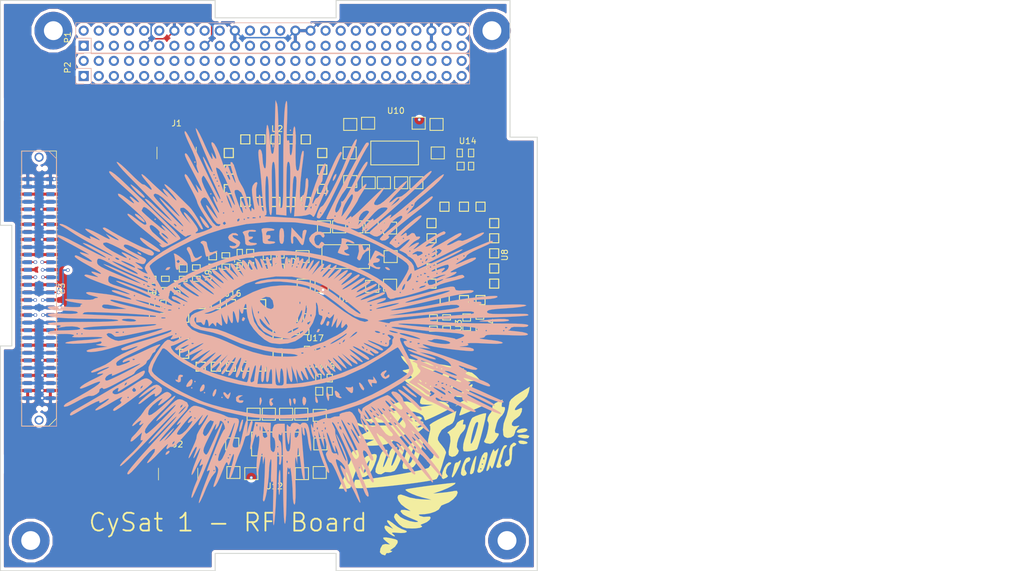
<source format=kicad_pcb>
(kicad_pcb (version 20171130) (host pcbnew 5.0.0)
  (layers (0 F.Cu signal) (1 In1.Cu signal) (2 In2.Cu signal) (31 B.Cu signal) (35 F.Paste user) (36 B.SilkS user) (37 F.SilkS user) (38 B.Mask user) (39 F.Mask user) (44 Edge.Cuts user))
  (net 0 "")
  (net 1 /GPIO0)
  (net 2 /GPIO1)
  (net 3 /GPIO2)
  (net 4 /GPIO3)
  (net 5 /RADIO_TR)
  (net 6 /RADIO_RR)
  (net 7 /GPIO4)
  (net 8 /GPIO5)
  (net 9 /GPIO6)
  (net 10 /GPIO7)
  (net 11 /GPIO8)
  (net 12 /GPIO9)
  (net 13 /GPIO10)
  (net 14 /GPIO11)
  (net 15 /GPIO12)
  (net 16 /GPIO13)
  (net 17 /RADIO_RX)
  (net 18 /RADIO_TX)
  (net 19 /12C2_SDA)
  (net 20 /I2C2_SCL)
  (net 21 /SYS_SPI_SCK)
  (net 22 /SYS_SPI_MISO)
  (net 23 /SYS_SPI_MOSI)
  (net 24 /SYS_SPI_NSS)
  (net 25 "Net-(P1-Pad27)")
  (net 26 "Net-(P1-Pad28)")
  (net 27 /SYS_RESET)
  (net 28 "Net-(P1-Pad31)")
  (net 29 /SGPIO7)
  (net 30 /SGPIO8)
  (net 31 /SGPIO9)
  (net 32 /SGPIO10)
  (net 33 /SGPIO11)
  (net 34 /SGPIO12)
  (net 35 /SGPIO13)
  (net 36 /SGPIO14)
  (net 37 /SYS_SDA)
  (net 38 "Net-(P1-Pad42)")
  (net 39 /SYS_SCL)
  (net 40 "Net-(P1-Pad44)")
  (net 41 "Net-(P1-Pad45)")
  (net 42 "Net-(P1-Pad46)")
  (net 43 /NBUFEN_PRI)
  (net 44 /NBUFEN_SEC)
  (net 45 /SGPIO5)
  (net 46 /SGPIO6)
  (net 47 /SGPIO0)
  (net 48 /SGPIO1)
  (net 49 /SGPIO2)
  (net 50 /SGPIO3)
  (net 51 /I2C3_SDA)
  (net 52 /I2C3_SCL)
  (net 53 /SGPIO4)
  (net 54 GND)
  (net 55 +5V)
  (net 56 "Net-(P2-Pad31)")
  (net 57 "Net-(P2-Pad42)")
  (net 58 "Net-(P2-Pad44)")
  (net 59 "Net-(P2-Pad45)")
  (net 60 "Net-(P2-Pad46)")
  (net 61 /SPI2_NSS)
  (net 62 /SPI2_SCK)
  (net 63 /SPI2_MISO)
  (net 64 /SPI2_MOSI)
  (net 65 "Net-(P3-Pad21)")
  (net 66 "Net-(P3-Pad22)")
  (net 67 "Net-(J1-Pad1)")
  (net 68 "Net-(J2-Pad1)")
  (net 69 "Net-(U1-Pad2)")
  (net 70 "Net-(U1-Pad7)")
  (net 71 "Net-(U10-Pad2)")
  (net 72 "Net-(U3-Pad4)")
  (net 73 "Net-(U4-Pad4)")
  (net 74 "Net-(U5-Pad2)")
  (net 75 "Net-(U6-Pad2)")
  (net 76 "Net-(U7-Pad2)")
  (net 77 "Net-(U14-Pad2)")
  (net 78 "Net-(U11-Pad4)")
  (net 79 "Net-(U10-Pad7)")
  (net 80 "Net-(U11-Pad2)")
  (net 81 "Net-(U12-Pad2)")
  (net 82 "Net-(U13-Pad2)")
  (net 83 "Net-(U15-Pad4)")
  (net 84 "Net-(U16-Pad11)")
  (net 85 "Net-(U17-Pad4)")
  (net 86 "Net-(P1-Pad8)")
  (net 87 "Net-(P1-Pad10)")
  (net 88 "Net-(P1-Pad11)")
  (net 89 "Net-(P1-Pad12)")
  (net 90 "Net-(P1-Pad13)")
  (net 91 "Net-(P1-Pad15)")
  (net 92 "Net-(P1-Pad16)")
  (net 93 "Net-(P1-Pad18)")
  (net 94 "Net-(P1-Pad19)")
  (net 95 "Net-(P1-Pad20)")
  (net 96 "Net-(P1-Pad23)")
  (net 97 "Net-(P1-Pad24)")
  (net 98 "Net-(P1-Pad33)")
  (net 99 "Net-(P1-Pad34)")
  (net 100 "Net-(P1-Pad35)")
  (net 101 "Net-(P1-Pad36)")
  (net 102 "Net-(P1-Pad37)")
  (net 103 "Net-(P1-Pad38)")
  (net 104 "Net-(P1-Pad39)")
  (net 105 "Net-(P1-Pad40)")
  (net 106 "Net-(P1-Pad41)")
  (net 107 "Net-(P1-Pad43)")
  (net 108 "Net-(P2-Pad25)")
  (net 109 "Net-(P2-Pad26)")
  (net 110 "Net-(P2-Pad27)")
  (net 111 "Net-(P2-Pad28)")
  (net 112 "Net-(P2-Pad30)")
  (net 113 "Net-(P2-Pad32)")
  (net 114 "Net-(P3-Pad5)")
  (net 115 "Net-(P3-Pad6)")
  (net 116 "Net-(P3-Pad9)")
  (net 117 "Net-(P3-Pad10)")
  (net 118 "Net-(P3-Pad13)")
  (net 119 "Net-(P3-Pad14)")
  (net 120 "Net-(P3-Pad17)")
  (net 121 "Net-(P3-Pad18)")
  (net 122 "Net-(P3-Pad26)")
  (net 123 "Net-(P3-Pad30)")
  (net 124 "Net-(P3-Pad41)")
  (net 125 "Net-(P3-Pad42)")
  (net 126 "Net-(P3-Pad45)")
  (net 127 "Net-(P3-Pad46)")
  (net 128 "Net-(P3-Pad49)")
  (net 129 "Net-(P3-Pad50)")
  (net 130 "Net-(P3-Pad53)")
  (net 131 "Net-(P3-Pad54)")
  (net 132 "Net-(P3-Pad57)")
  (net 133 "Net-(P3-Pad58)")
  (net 134 "Net-(P2-Pad49)")
  (net 135 "Net-(P2-Pad51)")
  (module Radiometer-RF-Board:eye (layer B.Cu) (at 181.61 111.125 180)
    (fp_text reference G*** hide)
    (fp_text value LOGO hide)
  )
  (module Connectors_Samtec:MECF-30-01-NP-L-DV-WT_Socket (layer B.Cu) (at 87.7824 106.8832 270)
    (fp_text reference P3 (at 0 -3.81 270) (layer B.SilkS) (effects (justify mirror)))
    (fp_text value CONN_02X30)
    (pad "" thru_hole circle (at 22.1 0 270) (size 1.5 1.5) (drill 1) (layers *.Cu *.Mask))
    (pad "" thru_hole circle (at -22.1 0 270) (size 1.5 1.5) (drill 1) (layers *.Cu *.Mask))
    (pad "" np_thru_hole circle (at 20.195 -1 270) (size 0 0) (drill 1.45) (layers *.Cu *.Mask))
    (pad "" np_thru_hole circle (at -20.195 0 270) (size 0 0) (drill 1.45) (layers *.Cu *.Mask))
    (pad 60 smd rect (at 18.415 1.905 270) (size 0.66 1.35) (layers B.Cu B.Paste B.Mask) (net 54 GND))
    (pad 59 smd rect (at 18.415 -1.905 270) (size 0.66 1.35) (layers B.Cu B.Paste B.Mask) (net 54 GND))
    (pad 58 smd rect (at 17.145 1.905 270) (size 0.66 1.35) (layers B.Cu B.Paste B.Mask) (net 133 "Net-(P3-Pad58)"))
    (pad 57 smd rect (at 17.145 -1.905 270) (size 0.66 1.35) (layers B.Cu B.Paste B.Mask) (net 132 "Net-(P3-Pad57)"))
    (pad 56 smd rect (at 15.875 1.905 270) (size 0.66 1.35) (layers B.Cu B.Paste B.Mask) (net 54 GND))
    (pad 55 smd rect (at 15.875 -1.905 270) (size 0.66 1.35) (layers B.Cu B.Paste B.Mask) (net 54 GND))
    (pad 54 smd rect (at 14.605 1.905 270) (size 0.66 1.35) (layers B.Cu B.Paste B.Mask) (net 131 "Net-(P3-Pad54)"))
    (pad 53 smd rect (at 14.605 -1.905 270) (size 0.66 1.35) (layers B.Cu B.Paste B.Mask) (net 130 "Net-(P3-Pad53)"))
    (pad 52 smd rect (at 13.335 1.905 270) (size 0.66 1.35) (layers B.Cu B.Paste B.Mask) (net 54 GND))
    (pad 51 smd rect (at 13.335 -1.905 270) (size 0.66 1.35) (layers B.Cu B.Paste B.Mask) (net 54 GND))
    (pad 50 smd rect (at 12.065 1.905 270) (size 0.66 1.35) (layers B.Cu B.Paste B.Mask) (net 129 "Net-(P3-Pad50)"))
    (pad 49 smd rect (at 12.065 -1.905 270) (size 0.66 1.35) (layers B.Cu B.Paste B.Mask) (net 128 "Net-(P3-Pad49)"))
    (pad 48 smd rect (at 10.795 1.905 270) (size 0.66 1.35) (layers B.Cu B.Paste B.Mask) (net 54 GND))
    (pad 47 smd rect (at 10.795 -1.905 270) (size 0.66 1.35) (layers B.Cu B.Paste B.Mask) (net 54 GND))
    (pad 46 smd rect (at 9.525 1.905 270) (size 0.66 1.35) (layers B.Cu B.Paste B.Mask) (net 127 "Net-(P3-Pad46)"))
    (pad 45 smd rect (at 9.525 -1.905 270) (size 0.66 1.35) (layers B.Cu B.Paste B.Mask) (net 126 "Net-(P3-Pad45)"))
    (pad 44 smd rect (at 8.255 1.905 270) (size 0.66 1.35) (layers B.Cu B.Paste B.Mask) (net 54 GND))
    (pad 43 smd rect (at 8.255 -1.905 270) (size 0.66 1.35) (layers B.Cu B.Paste B.Mask) (net 54 GND))
    (pad 42 smd rect (at 6.985 1.905 270) (size 0.66 1.35) (layers B.Cu B.Paste B.Mask) (net 125 "Net-(P3-Pad42)"))
    (pad 41 smd rect (at 6.985 -1.905 270) (size 0.66 1.35) (layers B.Cu B.Paste B.Mask) (net 124 "Net-(P3-Pad41)"))
    (pad 40 smd rect (at 5.715 1.905 270) (size 0.66 1.35) (layers B.Cu B.Paste B.Mask) (net 54 GND))
    (pad 39 smd rect (at 5.715 -1.905 270) (size 0.66 1.35) (layers B.Cu B.Paste B.Mask) (net 54 GND))
    (pad 38 smd rect (at 4.445 1.905 270) (size 0.66 1.35) (layers B.Cu B.Paste B.Mask) (net 55 +5V))
    (pad 37 smd rect (at 4.445 -1.905 270) (size 0.66 1.35) (layers B.Cu B.Paste B.Mask) (net 55 +5V))
    (pad 36 smd rect (at 3.175 1.905 270) (size 0.66 1.35) (layers B.Cu B.Paste B.Mask) (net 54 GND))
    (pad 35 smd rect (at 3.175 -1.905 270) (size 0.66 1.35) (layers B.Cu B.Paste B.Mask) (net 54 GND))
    (pad 34 smd rect (at 1.905 1.905 270) (size 0.66 1.35) (layers B.Cu B.Paste B.Mask) (net 55 +5V))
    (pad 33 smd rect (at 1.905 -1.905 270) (size 0.66 1.35) (layers B.Cu B.Paste B.Mask) (net 55 +5V))
    (pad 32 smd rect (at 0.635 1.905 270) (size 0.66 1.35) (layers B.Cu B.Paste B.Mask) (net 54 GND))
    (pad 31 smd rect (at 0.635 -1.905 270) (size 0.66 1.35) (layers B.Cu B.Paste B.Mask) (net 54 GND))
    (pad 30 smd rect (at -0.635 1.905 270) (size 0.66 1.35) (layers B.Cu B.Paste B.Mask) (net 123 "Net-(P3-Pad30)"))
    (pad 29 smd rect (at -0.635 -1.905 270) (size 0.66 1.35) (layers B.Cu B.Paste B.Mask) (net 37 /SYS_SDA))
    (pad 28 smd rect (at -1.905 1.905 270) (size 0.66 1.35) (layers B.Cu B.Paste B.Mask) (net 54 GND))
    (pad 27 smd rect (at -1.905 -1.905 270) (size 0.66 1.35) (layers B.Cu B.Paste B.Mask) (net 54 GND))
    (pad 26 smd rect (at -3.175 1.905 270) (size 0.66 1.35) (layers B.Cu B.Paste B.Mask) (net 122 "Net-(P3-Pad26)"))
    (pad 25 smd rect (at -3.175 -1.905 270) (size 0.66 1.35) (layers B.Cu B.Paste B.Mask) (net 39 /SYS_SCL))
    (pad 24 smd rect (at -4.445 1.905 270) (size 0.66 1.35) (layers B.Cu B.Paste B.Mask) (net 54 GND))
    (pad 23 smd rect (at -4.445 -1.905 270) (size 0.66 1.35) (layers B.Cu B.Paste B.Mask) (net 54 GND))
    (pad 22 smd rect (at -5.715 1.905 270) (size 0.66 1.35) (layers B.Cu B.Paste B.Mask) (net 66 "Net-(P3-Pad22)"))
    (pad 21 smd rect (at -5.715 -1.905 270) (size 0.66 1.35) (layers B.Cu B.Paste B.Mask) (net 65 "Net-(P3-Pad21)"))
    (pad 20 smd rect (at -6.985 1.905 270) (size 0.66 1.35) (layers B.Cu B.Paste B.Mask) (net 54 GND))
    (pad 19 smd rect (at -6.985 -1.905 270) (size 0.66 1.35) (layers B.Cu B.Paste B.Mask) (net 54 GND))
    (pad 18 smd rect (at -8.255 1.905 270) (size 0.66 1.35) (layers B.Cu B.Paste B.Mask) (net 121 "Net-(P3-Pad18)"))
    (pad 17 smd rect (at -8.255 -1.905 270) (size 0.66 1.35) (layers B.Cu B.Paste B.Mask) (net 120 "Net-(P3-Pad17)"))
    (pad 16 smd rect (at -9.525 1.905 270) (size 0.66 1.35) (layers B.Cu B.Paste B.Mask) (net 54 GND))
    (pad 15 smd rect (at -9.525 -1.905 270) (size 0.66 1.35) (layers B.Cu B.Paste B.Mask) (net 54 GND))
    (pad 14 smd rect (at -10.795 1.905 270) (size 0.66 1.35) (layers B.Cu B.Paste B.Mask) (net 119 "Net-(P3-Pad14)"))
    (pad 13 smd rect (at -10.795 -1.905 270) (size 0.66 1.35) (layers B.Cu B.Paste B.Mask) (net 118 "Net-(P3-Pad13)"))
    (pad 12 smd rect (at -12.065 1.905 270) (size 0.66 1.35) (layers B.Cu B.Paste B.Mask) (net 54 GND))
    (pad 11 smd rect (at -12.065 -1.905 270) (size 0.66 1.35) (layers B.Cu B.Paste B.Mask) (net 54 GND))
    (pad 10 smd rect (at -13.335 1.905 270) (size 0.66 1.35) (layers B.Cu B.Paste B.Mask) (net 117 "Net-(P3-Pad10)"))
    (pad 9 smd rect (at -13.335 -1.905 270) (size 0.66 1.35) (layers B.Cu B.Paste B.Mask) (net 116 "Net-(P3-Pad9)"))
    (pad 8 smd rect (at -14.605 1.905 270) (size 0.66 1.35) (layers B.Cu B.Paste B.Mask) (net 54 GND))
    (pad 7 smd rect (at -14.605 -1.905 270) (size 0.66 1.35) (layers B.Cu B.Paste B.Mask) (net 54 GND))
    (pad 6 smd rect (at -15.875 1.905 270) (size 0.66 1.35) (layers B.Cu B.Paste B.Mask) (net 115 "Net-(P3-Pad6)"))
    (pad 5 smd rect (at -15.875 -1.905 270) (size 0.66 1.35) (layers B.Cu B.Paste B.Mask) (net 114 "Net-(P3-Pad5)"))
    (pad 4 smd rect (at -17.145 1.905 270) (size 0.66 1.35) (layers B.Cu B.Paste B.Mask) (net 54 GND))
    (pad 3 smd rect (at -17.145 -1.905 270) (size 0.66 1.35) (layers B.Cu B.Paste B.Mask) (net 54 GND))
    (pad 2 smd rect (at -18.415 1.905 270) (size 0.66 1.35) (layers B.Cu B.Paste B.Mask) (net 54 GND))
    (pad 1 smd rect (at -18.415 -1.905 270) (size 0.66 1.35) (layers B.Cu B.Paste B.Mask) (net 54 GND))
  )
  (module Project:TAMP-1512GLN+ (layer F.Cu) (at 138.938 80.264)
    (fp_text reference U10 (at 8.763 -3.302) (layer F.SilkS))
    (fp_text value TAMP_1512GLN+)
    (pad 2 smd rect (at 1 3.8) (size 2.2 2) (layers F.Cu F.Paste F.Mask) (net 71 "Net-(U10-Pad2)"))
    (pad 1 smd rect (at 1.1 8.6) (size 2.2 2) (layers F.Cu F.Paste F.Mask) (net 54 GND))
    (pad 11 smd rect (at 4.2 8.8) (size 2.2 2) (layers F.Cu F.Paste F.Mask) (net 54 GND))
    (pad 10 smd rect (at 6.75 8.8) (size 2.2 2) (layers F.Cu F.Paste F.Mask) (net 54 GND))
    (pad 9 smd rect (at 9.65 8.8) (size 2.2 2) (layers F.Cu F.Paste F.Mask) (net 54 GND))
    (pad 8 smd rect (at 12.2 8.8) (size 2.2 2) (layers F.Cu F.Paste F.Mask) (net 54 GND))
    (pad 7 smd rect (at 15.8 3.8) (size 2.2 2) (layers F.Cu F.Paste F.Mask) (net 79 "Net-(U10-Pad7)"))
    (pad 6 smd rect (at 15.578 -1) (size 2.2 2) (layers F.Cu F.Paste F.Mask) (net 54 GND))
    (pad 5 smd rect (at 12.6 -1.2) (size 2.2 2) (layers F.Cu F.Paste F.Mask) (net 55 +5V))
    (pad 4 smd rect (at 4.1 -1.2) (size 2.2 2) (layers F.Cu F.Paste F.Mask) (net 54 GND))
    (pad 3 smd rect (at 1.1 -1) (size 2.2 2) (layers F.Cu F.Paste F.Mask) (net 54 GND))
  )
  (module Project:CBP-1400E+ (layer F.Cu) (at 160.147 91.313 270)
    (fp_text reference U8 (at 9.906 -5.842 270) (layer F.SilkS))
    (fp_text value CBP-1400E+)
    (pad 1 smd rect (at 1.756 -1.784 270) (size 1.52 1.52) (layers F.Cu F.Paste F.Mask) (net 77 "Net-(U14-Pad2)"))
    (pad 2 smd rect (at 1.756 1.01 270) (size 1.52 1.52) (layers F.Cu F.Paste F.Mask) (net 54 GND))
    (pad 3 smd rect (at 1.78 4.29 270) (size 1.52 1.52) (layers F.Cu F.Paste F.Mask) (net 54 GND))
    (pad 4 smd rect (at 4.55 6.45 270) (size 1.52 1.52) (layers F.Cu F.Paste F.Mask) (net 54 GND))
    (pad 5 smd rect (at 7.09 6.45 270) (size 1.52 1.52) (layers F.Cu F.Paste F.Mask) (net 54 GND))
    (pad 6 smd rect (at 9.63 6.45 270) (size 1.52 1.52) (layers F.Cu F.Paste F.Mask) (net 54 GND))
    (pad 7 smd rect (at 12.17 6.45 270) (size 1.52 1.52) (layers F.Cu F.Paste F.Mask) (net 54 GND))
    (pad 8 smd rect (at 14.71 6.45 270) (size 1.52 1.52) (layers F.Cu F.Paste F.Mask) (net 54 GND))
    (pad 9 smd rect (at 17.48 4.29 270) (size 1.52 1.52) (layers F.Cu F.Paste F.Mask) (net 54 GND))
    (pad 10 smd rect (at 17.48 1.01 270) (size 1.52 1.52) (layers F.Cu F.Paste F.Mask) (net 54 GND))
    (pad 11 smd rect (at 17.48 -1.78 270) (size 1.52 1.52) (layers F.Cu F.Paste F.Mask) (net 73 "Net-(U4-Pad4)"))
    (pad 12 smd rect (at 14.71 -4.07 270) (size 1.52 1.52) (layers F.Cu F.Paste F.Mask) (net 54 GND))
    (pad 13 smd rect (at 12.17 -4.07 270) (size 1.52 1.52) (layers F.Cu F.Paste F.Mask) (net 54 GND))
    (pad 14 smd rect (at 9.63 -4.07 270) (size 1.52 1.52) (layers F.Cu F.Paste F.Mask) (net 54 GND))
    (pad 15 smd rect (at 7.09 -4.07 270) (size 1.52 1.52) (layers F.Cu F.Paste F.Mask) (net 54 GND))
    (pad 16 smd rect (at 4.55 -4.07 270) (size 1.52 1.52) (layers F.Cu F.Paste F.Mask) (net 54 GND))
  )
  (module Project:CSK_Header (layer F.Cu) (at 94.8944 63.35776 90)
    (fp_text reference P1 (at -1.27 -2.33 90) (layer F.SilkS))
    (fp_text value CONN_02X26)
    (pad 1 thru_hole rect (at -2.683175 0.362681 270) (size 1.7 1.7) (drill 1) (layers *.Cu *.Mask) (net 47 /SGPIO0))
    (pad 2 thru_hole oval (at -0.143175 0.362681 270) (size 1.7 1.7) (drill 1) (layers *.Cu *.Mask) (net 48 /SGPIO1))
    (pad 3 thru_hole oval (at -2.683175 2.902681 270) (size 1.7 1.7) (drill 1) (layers *.Cu *.Mask) (net 49 /SGPIO2))
    (pad 4 thru_hole oval (at -0.143175 2.902681 270) (size 1.7 1.7) (drill 1) (layers *.Cu *.Mask) (net 50 /SGPIO3))
    (pad 5 thru_hole oval (at -2.683175 5.442681 270) (size 1.7 1.7) (drill 1) (layers *.Cu *.Mask) (net 51 /I2C3_SDA))
    (pad 6 thru_hole oval (at -0.143175 5.442681 270) (size 1.7 1.7) (drill 1) (layers *.Cu *.Mask) (net 52 /I2C3_SCL))
    (pad 7 thru_hole oval (at -2.683175 7.982681 270) (size 1.7 1.7) (drill 1) (layers *.Cu *.Mask) (net 53 /SGPIO4))
    (pad 8 thru_hole oval (at -0.143175 7.982681 270) (size 1.7 1.7) (drill 1) (layers *.Cu *.Mask) (net 86 "Net-(P1-Pad8)"))
    (pad 9 thru_hole oval (at -2.683175 10.522681 270) (size 1.7 1.7) (drill 1) (layers *.Cu *.Mask) (net 54 GND))
    (pad 10 thru_hole oval (at -0.143175 10.522681 270) (size 1.7 1.7) (drill 1) (layers *.Cu *.Mask) (net 87 "Net-(P1-Pad10)"))
    (pad 11 thru_hole oval (at -2.683175 13.062681 270) (size 1.7 1.7) (drill 1) (layers *.Cu *.Mask) (net 88 "Net-(P1-Pad11)"))
    (pad 12 thru_hole oval (at -0.143175 13.062681 270) (size 1.7 1.7) (drill 1) (layers *.Cu *.Mask) (net 89 "Net-(P1-Pad12)"))
    (pad 13 thru_hole oval (at -2.683175 15.602681 270) (size 1.7 1.7) (drill 1) (layers *.Cu *.Mask) (net 90 "Net-(P1-Pad13)"))
    (pad 14 thru_hole oval (at -0.143175 15.602681 270) (size 1.7 1.7) (drill 1) (layers *.Cu *.Mask) (net 54 GND))
    (pad 15 thru_hole oval (at -2.683175 18.142681 270) (size 1.7 1.7) (drill 1) (layers *.Cu *.Mask) (net 91 "Net-(P1-Pad15)"))
    (pad 16 thru_hole oval (at -0.143175 18.142681 270) (size 1.7 1.7) (drill 1) (layers *.Cu *.Mask) (net 92 "Net-(P1-Pad16)"))
    (pad 17 thru_hole oval (at -2.683175 20.682681 270) (size 1.7 1.7) (drill 1) (layers *.Cu *.Mask) (net 54 GND))
    (pad 18 thru_hole oval (at -0.143175 20.682681 270) (size 1.7 1.7) (drill 1) (layers *.Cu *.Mask) (net 93 "Net-(P1-Pad18)"))
    (pad 19 thru_hole oval (at -2.683175 23.222681 270) (size 1.7 1.7) (drill 1) (layers *.Cu *.Mask) (net 94 "Net-(P1-Pad19)"))
    (pad 20 thru_hole oval (at -0.143175 23.222681 270) (size 1.7 1.7) (drill 1) (layers *.Cu *.Mask) (net 95 "Net-(P1-Pad20)"))
    (pad 21 thru_hole oval (at -2.683175 25.762681 270) (size 1.7 1.7) (drill 1) (layers *.Cu *.Mask) (net 54 GND))
    (pad 22 thru_hole oval (at -0.143175 25.762681 270) (size 1.7 1.7) (drill 1) (layers *.Cu *.Mask) (net 54 GND))
    (pad 23 thru_hole oval (at -2.683175 28.302681 270) (size 1.7 1.7) (drill 1) (layers *.Cu *.Mask) (net 96 "Net-(P1-Pad23)"))
    (pad 24 thru_hole oval (at -0.143175 28.302681 270) (size 1.7 1.7) (drill 1) (layers *.Cu *.Mask) (net 97 "Net-(P1-Pad24)"))
    (pad 25 thru_hole oval (at -2.683175 30.842681 270) (size 1.7 1.7) (drill 1) (layers *.Cu *.Mask) (net 55 +5V))
    (pad 26 thru_hole oval (at -0.143175 30.842681 270) (size 1.7 1.7) (drill 1) (layers *.Cu *.Mask) (net 55 +5V))
    (pad 27 thru_hole oval (at -2.683175 33.382681 270) (size 1.7 1.7) (drill 1) (layers *.Cu *.Mask) (net 25 "Net-(P1-Pad27)"))
    (pad 28 thru_hole oval (at -0.143175 33.382681 270) (size 1.7 1.7) (drill 1) (layers *.Cu *.Mask) (net 26 "Net-(P1-Pad28)"))
    (pad 29 thru_hole oval (at -2.683175 35.922681 270) (size 1.7 1.7) (drill 1) (layers *.Cu *.Mask) (net 54 GND))
    (pad 30 thru_hole oval (at -0.143175 35.922681 270) (size 1.7 1.7) (drill 1) (layers *.Cu *.Mask) (net 54 GND))
    (pad 31 thru_hole oval (at -2.683175 38.462681 270) (size 1.7 1.7) (drill 1) (layers *.Cu *.Mask) (net 28 "Net-(P1-Pad31)"))
    (pad 32 thru_hole oval (at -0.143175 38.462681 270) (size 1.7 1.7) (drill 1) (layers *.Cu *.Mask) (net 54 GND))
    (pad 33 thru_hole oval (at -2.683175 41.002681 270) (size 1.7 1.7) (drill 1) (layers *.Cu *.Mask) (net 98 "Net-(P1-Pad33)"))
    (pad 34 thru_hole oval (at -0.143175 41.002681 270) (size 1.7 1.7) (drill 1) (layers *.Cu *.Mask) (net 99 "Net-(P1-Pad34)"))
    (pad 35 thru_hole oval (at -2.683175 43.542681 270) (size 1.7 1.7) (drill 1) (layers *.Cu *.Mask) (net 100 "Net-(P1-Pad35)"))
    (pad 36 thru_hole oval (at -0.143175 43.542681 270) (size 1.7 1.7) (drill 1) (layers *.Cu *.Mask) (net 101 "Net-(P1-Pad36)"))
    (pad 37 thru_hole oval (at -2.683175 46.082681 270) (size 1.7 1.7) (drill 1) (layers *.Cu *.Mask) (net 102 "Net-(P1-Pad37)"))
    (pad 38 thru_hole oval (at -0.143175 46.082681 270) (size 1.7 1.7) (drill 1) (layers *.Cu *.Mask) (net 103 "Net-(P1-Pad38)"))
    (pad 39 thru_hole oval (at -2.683175 48.622681 270) (size 1.7 1.7) (drill 1) (layers *.Cu *.Mask) (net 104 "Net-(P1-Pad39)"))
    (pad 40 thru_hole oval (at -0.143175 48.622681 270) (size 1.7 1.7) (drill 1) (layers *.Cu *.Mask) (net 105 "Net-(P1-Pad40)"))
    (pad 41 thru_hole oval (at -2.683175 51.162681 270) (size 1.7 1.7) (drill 1) (layers *.Cu *.Mask) (net 106 "Net-(P1-Pad41)"))
    (pad 42 thru_hole oval (at -0.143175 51.162681 270) (size 1.7 1.7) (drill 1) (layers *.Cu *.Mask) (net 38 "Net-(P1-Pad42)"))
    (pad 43 thru_hole oval (at -2.683175 53.702681 270) (size 1.7 1.7) (drill 1) (layers *.Cu *.Mask) (net 107 "Net-(P1-Pad43)"))
    (pad 44 thru_hole oval (at -0.143175 53.702681 270) (size 1.7 1.7) (drill 1) (layers *.Cu *.Mask) (net 40 "Net-(P1-Pad44)"))
    (pad 45 thru_hole oval (at -2.683175 56.242681 270) (size 1.7 1.7) (drill 1) (layers *.Cu *.Mask) (net 41 "Net-(P1-Pad45)"))
    (pad 46 thru_hole oval (at -0.143175 56.242681 270) (size 1.7 1.7) (drill 1) (layers *.Cu *.Mask) (net 42 "Net-(P1-Pad46)"))
    (pad 47 thru_hole oval (at -2.683175 58.782681 270) (size 1.7 1.7) (drill 1) (layers *.Cu *.Mask) (net 54 GND))
    (pad 48 thru_hole oval (at -0.143175 58.782681 270) (size 1.7 1.7) (drill 1) (layers *.Cu *.Mask) (net 54 GND))
    (pad 49 thru_hole oval (at -2.683175 61.322681 270) (size 1.7 1.7) (drill 1) (layers *.Cu *.Mask) (net 61 /SPI2_NSS))
    (pad 50 thru_hole oval (at -0.143175 61.322681 270) (size 1.7 1.7) (drill 1) (layers *.Cu *.Mask) (net 62 /SPI2_SCK))
    (pad 51 thru_hole oval (at -2.683175 63.862681 270) (size 1.7 1.7) (drill 1) (layers *.Cu *.Mask) (net 63 /SPI2_MISO))
    (pad 52 thru_hole oval (at -0.143175 63.862681 270) (size 1.7 1.7) (drill 1) (layers *.Cu *.Mask) (net 64 /SPI2_MOSI))
  )
  (module Project:CSK_Header (layer F.Cu) (at 94.8944 68.43776 90)
    (fp_text reference P2 (at -1.27 -2.33 90) (layer F.SilkS))
    (fp_text value CONN_02X26)
    (pad 1 thru_hole rect (at -2.683175 0.362681 270) (size 1.7 1.7) (drill 1) (layers *.Cu *.Mask) (net 1 /GPIO0))
    (pad 2 thru_hole oval (at -0.143175 0.362681 270) (size 1.7 1.7) (drill 1) (layers *.Cu *.Mask) (net 2 /GPIO1))
    (pad 3 thru_hole oval (at -2.683175 2.902681 270) (size 1.7 1.7) (drill 1) (layers *.Cu *.Mask) (net 3 /GPIO2))
    (pad 4 thru_hole oval (at -0.143175 2.902681 270) (size 1.7 1.7) (drill 1) (layers *.Cu *.Mask) (net 4 /GPIO3))
    (pad 5 thru_hole oval (at -2.683175 5.442681 270) (size 1.7 1.7) (drill 1) (layers *.Cu *.Mask) (net 5 /RADIO_TR))
    (pad 6 thru_hole oval (at -0.143175 5.442681 270) (size 1.7 1.7) (drill 1) (layers *.Cu *.Mask) (net 6 /RADIO_RR))
    (pad 7 thru_hole oval (at -2.683175 7.982681 270) (size 1.7 1.7) (drill 1) (layers *.Cu *.Mask) (net 7 /GPIO4))
    (pad 8 thru_hole oval (at -0.143175 7.982681 270) (size 1.7 1.7) (drill 1) (layers *.Cu *.Mask) (net 8 /GPIO5))
    (pad 9 thru_hole oval (at -2.683175 10.522681 270) (size 1.7 1.7) (drill 1) (layers *.Cu *.Mask) (net 9 /GPIO6))
    (pad 10 thru_hole oval (at -0.143175 10.522681 270) (size 1.7 1.7) (drill 1) (layers *.Cu *.Mask) (net 10 /GPIO7))
    (pad 11 thru_hole oval (at -2.683175 13.062681 270) (size 1.7 1.7) (drill 1) (layers *.Cu *.Mask) (net 11 /GPIO8))
    (pad 12 thru_hole oval (at -0.143175 13.062681 270) (size 1.7 1.7) (drill 1) (layers *.Cu *.Mask) (net 12 /GPIO9))
    (pad 13 thru_hole oval (at -2.683175 15.602681 270) (size 1.7 1.7) (drill 1) (layers *.Cu *.Mask) (net 13 /GPIO10))
    (pad 14 thru_hole oval (at -0.143175 15.602681 270) (size 1.7 1.7) (drill 1) (layers *.Cu *.Mask) (net 14 /GPIO11))
    (pad 15 thru_hole oval (at -2.683175 18.142681 270) (size 1.7 1.7) (drill 1) (layers *.Cu *.Mask) (net 15 /GPIO12))
    (pad 16 thru_hole oval (at -0.143175 18.142681 270) (size 1.7 1.7) (drill 1) (layers *.Cu *.Mask) (net 16 /GPIO13))
    (pad 17 thru_hole oval (at -2.683175 20.682681 270) (size 1.7 1.7) (drill 1) (layers *.Cu *.Mask) (net 17 /RADIO_RX))
    (pad 18 thru_hole oval (at -0.143175 20.682681 270) (size 1.7 1.7) (drill 1) (layers *.Cu *.Mask) (net 18 /RADIO_TX))
    (pad 19 thru_hole oval (at -2.683175 23.222681 270) (size 1.7 1.7) (drill 1) (layers *.Cu *.Mask) (net 19 /12C2_SDA))
    (pad 20 thru_hole oval (at -0.143175 23.222681 270) (size 1.7 1.7) (drill 1) (layers *.Cu *.Mask) (net 20 /I2C2_SCL))
    (pad 21 thru_hole oval (at -2.683175 25.762681 270) (size 1.7 1.7) (drill 1) (layers *.Cu *.Mask) (net 21 /SYS_SPI_SCK))
    (pad 22 thru_hole oval (at -0.143175 25.762681 270) (size 1.7 1.7) (drill 1) (layers *.Cu *.Mask) (net 22 /SYS_SPI_MISO))
    (pad 23 thru_hole oval (at -2.683175 28.302681 270) (size 1.7 1.7) (drill 1) (layers *.Cu *.Mask) (net 23 /SYS_SPI_MOSI))
    (pad 24 thru_hole oval (at -0.143175 28.302681 270) (size 1.7 1.7) (drill 1) (layers *.Cu *.Mask) (net 24 /SYS_SPI_NSS))
    (pad 25 thru_hole oval (at -2.683175 30.842681 270) (size 1.7 1.7) (drill 1) (layers *.Cu *.Mask) (net 108 "Net-(P2-Pad25)"))
    (pad 26 thru_hole oval (at -0.143175 30.842681 270) (size 1.7 1.7) (drill 1) (layers *.Cu *.Mask) (net 109 "Net-(P2-Pad26)"))
    (pad 27 thru_hole oval (at -2.683175 33.382681 270) (size 1.7 1.7) (drill 1) (layers *.Cu *.Mask) (net 110 "Net-(P2-Pad27)"))
    (pad 28 thru_hole oval (at -0.143175 33.382681 270) (size 1.7 1.7) (drill 1) (layers *.Cu *.Mask) (net 111 "Net-(P2-Pad28)"))
    (pad 29 thru_hole oval (at -2.683175 35.922681 270) (size 1.7 1.7) (drill 1) (layers *.Cu *.Mask) (net 27 /SYS_RESET))
    (pad 30 thru_hole oval (at -0.143175 35.922681 270) (size 1.7 1.7) (drill 1) (layers *.Cu *.Mask) (net 112 "Net-(P2-Pad30)"))
    (pad 31 thru_hole oval (at -2.683175 38.462681 270) (size 1.7 1.7) (drill 1) (layers *.Cu *.Mask) (net 56 "Net-(P2-Pad31)"))
    (pad 32 thru_hole oval (at -0.143175 38.462681 270) (size 1.7 1.7) (drill 1) (layers *.Cu *.Mask) (net 113 "Net-(P2-Pad32)"))
    (pad 33 thru_hole oval (at -2.683175 41.002681 270) (size 1.7 1.7) (drill 1) (layers *.Cu *.Mask) (net 29 /SGPIO7))
    (pad 34 thru_hole oval (at -0.143175 41.002681 270) (size 1.7 1.7) (drill 1) (layers *.Cu *.Mask) (net 30 /SGPIO8))
    (pad 35 thru_hole oval (at -2.683175 43.542681 270) (size 1.7 1.7) (drill 1) (layers *.Cu *.Mask) (net 31 /SGPIO9))
    (pad 36 thru_hole oval (at -0.143175 43.542681 270) (size 1.7 1.7) (drill 1) (layers *.Cu *.Mask) (net 32 /SGPIO10))
    (pad 37 thru_hole oval (at -2.683175 46.082681 270) (size 1.7 1.7) (drill 1) (layers *.Cu *.Mask) (net 33 /SGPIO11))
    (pad 38 thru_hole oval (at -0.143175 46.082681 270) (size 1.7 1.7) (drill 1) (layers *.Cu *.Mask) (net 34 /SGPIO12))
    (pad 39 thru_hole oval (at -2.683175 48.622681 270) (size 1.7 1.7) (drill 1) (layers *.Cu *.Mask) (net 35 /SGPIO13))
    (pad 40 thru_hole oval (at -0.143175 48.622681 270) (size 1.7 1.7) (drill 1) (layers *.Cu *.Mask) (net 36 /SGPIO14))
    (pad 41 thru_hole oval (at -2.683175 51.162681 270) (size 1.7 1.7) (drill 1) (layers *.Cu *.Mask) (net 37 /SYS_SDA))
    (pad 42 thru_hole oval (at -0.143175 51.162681 270) (size 1.7 1.7) (drill 1) (layers *.Cu *.Mask) (net 57 "Net-(P2-Pad42)"))
    (pad 43 thru_hole oval (at -2.683175 53.702681 270) (size 1.7 1.7) (drill 1) (layers *.Cu *.Mask) (net 39 /SYS_SCL))
    (pad 44 thru_hole oval (at -0.143175 53.702681 270) (size 1.7 1.7) (drill 1) (layers *.Cu *.Mask) (net 58 "Net-(P2-Pad44)"))
    (pad 45 thru_hole oval (at -2.683175 56.242681 270) (size 1.7 1.7) (drill 1) (layers *.Cu *.Mask) (net 59 "Net-(P2-Pad45)"))
    (pad 46 thru_hole oval (at -0.143175 56.242681 270) (size 1.7 1.7) (drill 1) (layers *.Cu *.Mask) (net 60 "Net-(P2-Pad46)"))
    (pad 47 thru_hole oval (at -2.683175 58.782681 270) (size 1.7 1.7) (drill 1) (layers *.Cu *.Mask) (net 43 /NBUFEN_PRI))
    (pad 48 thru_hole oval (at -0.143175 58.782681 270) (size 1.7 1.7) (drill 1) (layers *.Cu *.Mask) (net 44 /NBUFEN_SEC))
    (pad 49 thru_hole oval (at -2.683175 61.322681 270) (size 1.7 1.7) (drill 1) (layers *.Cu *.Mask) (net 134 "Net-(P2-Pad49)"))
    (pad 50 thru_hole oval (at -0.143175 61.322681 270) (size 1.7 1.7) (drill 1) (layers *.Cu *.Mask) (net 45 /SGPIO5))
    (pad 51 thru_hole oval (at -2.683175 63.862681 270) (size 1.7 1.7) (drill 1) (layers *.Cu *.Mask) (net 135 "Net-(P2-Pad51)"))
    (pad 52 thru_hole oval (at -0.143175 63.862681 270) (size 1.7 1.7) (drill 1) (layers *.Cu *.Mask) (net 46 /SGPIO6))
  )
  (module motherboard:Hole_0.125-0.250 (layer F.Cu) (at 90.17 63.5)
    (fp_text reference REF** hide)
    (fp_text value Hole_0.125-0.250 hide)
    (pad 1 thru_hole circle (at 0 0) (size 6.35 6.35) (drill 3.175) (layers *.Cu *.Mask))
  )
  (module motherboard:Hole_0.125-0.250 (layer F.Cu) (at 163.83 63.5)
    (fp_text reference REF** hide)
    (fp_text value Hole_0.125-0.250 hide)
    (pad 1 thru_hole circle (at 0 0) (size 6.35 6.35) (drill 3.175) (layers *.Cu *.Mask))
  )
  (module motherboard:Hole_0.125-0.250 (layer F.Cu) (at 86.36 149.225)
    (fp_text reference REF** hide)
    (fp_text value Hole_0.125-0.250 hide)
    (pad 1 thru_hole circle (at 0 0) (size 6.35 6.35) (drill 3.175) (layers *.Cu *.Mask))
  )
  (module motherboard:Hole_0.125-0.250 (layer F.Cu) (at 166.37 149.225)
    (fp_text reference REF** hide)
    (fp_text value Hole_0.125-0.250 hide)
    (pad 1 thru_hole circle (at 0 0) (size 6.35 6.35) (drill 3.175) (layers *.Cu *.Mask))
  )
  (module Connectors_Samtec:MECF-30-01-NP-L-DV-WT_Socket (layer F.Cu) (at 87.757 106.8578 90)
    (fp_text reference P3 (at 0 3.81 90) (layer F.SilkS))
    (fp_text value CONN_02X30)
    (pad 1 smd rect (at -18.415 1.905 90) (size 0.66 1.35) (layers F.Cu F.Paste F.Mask) (net 54 GND))
    (pad 2 smd rect (at -18.415 -1.905 90) (size 0.66 1.35) (layers F.Cu F.Paste F.Mask) (net 54 GND))
    (pad 3 smd rect (at -17.145 1.905 90) (size 0.66 1.35) (layers F.Cu F.Paste F.Mask) (net 54 GND))
    (pad 4 smd rect (at -17.145 -1.905 90) (size 0.66 1.35) (layers F.Cu F.Paste F.Mask) (net 54 GND))
    (pad 5 smd rect (at -15.875 1.905 90) (size 0.66 1.35) (layers F.Cu F.Paste F.Mask) (net 114 "Net-(P3-Pad5)"))
    (pad 6 smd rect (at -15.875 -1.905 90) (size 0.66 1.35) (layers F.Cu F.Paste F.Mask) (net 115 "Net-(P3-Pad6)"))
    (pad 7 smd rect (at -14.605 1.905 90) (size 0.66 1.35) (layers F.Cu F.Paste F.Mask) (net 54 GND))
    (pad 8 smd rect (at -14.605 -1.905 90) (size 0.66 1.35) (layers F.Cu F.Paste F.Mask) (net 54 GND))
    (pad 9 smd rect (at -13.335 1.905 90) (size 0.66 1.35) (layers F.Cu F.Paste F.Mask) (net 116 "Net-(P3-Pad9)"))
    (pad 10 smd rect (at -13.335 -1.905 90) (size 0.66 1.35) (layers F.Cu F.Paste F.Mask) (net 117 "Net-(P3-Pad10)"))
    (pad 11 smd rect (at -12.065 1.905 90) (size 0.66 1.35) (layers F.Cu F.Paste F.Mask) (net 54 GND))
    (pad 12 smd rect (at -12.065 -1.905 90) (size 0.66 1.35) (layers F.Cu F.Paste F.Mask) (net 54 GND))
    (pad 13 smd rect (at -10.795 1.905 90) (size 0.66 1.35) (layers F.Cu F.Paste F.Mask) (net 118 "Net-(P3-Pad13)"))
    (pad 14 smd rect (at -10.795 -1.905 90) (size 0.66 1.35) (layers F.Cu F.Paste F.Mask) (net 119 "Net-(P3-Pad14)"))
    (pad 15 smd rect (at -9.525 1.905 90) (size 0.66 1.35) (layers F.Cu F.Paste F.Mask) (net 54 GND))
    (pad 16 smd rect (at -9.525 -1.905 90) (size 0.66 1.35) (layers F.Cu F.Paste F.Mask) (net 54 GND))
    (pad 17 smd rect (at -8.255 1.905 90) (size 0.66 1.35) (layers F.Cu F.Paste F.Mask) (net 120 "Net-(P3-Pad17)"))
    (pad 18 smd rect (at -8.255 -1.905 90) (size 0.66 1.35) (layers F.Cu F.Paste F.Mask) (net 121 "Net-(P3-Pad18)"))
    (pad 19 smd rect (at -6.985 1.905 90) (size 0.66 1.35) (layers F.Cu F.Paste F.Mask) (net 54 GND))
    (pad 20 smd rect (at -6.985 -1.905 90) (size 0.66 1.35) (layers F.Cu F.Paste F.Mask) (net 54 GND))
    (pad 21 smd rect (at -5.715 1.905 90) (size 0.66 1.35) (layers F.Cu F.Paste F.Mask) (net 65 "Net-(P3-Pad21)"))
    (pad 22 smd rect (at -5.715 -1.905 90) (size 0.66 1.35) (layers F.Cu F.Paste F.Mask) (net 66 "Net-(P3-Pad22)"))
    (pad 23 smd rect (at -4.445 1.905 90) (size 0.66 1.35) (layers F.Cu F.Paste F.Mask) (net 54 GND))
    (pad 24 smd rect (at -4.445 -1.905 90) (size 0.66 1.35) (layers F.Cu F.Paste F.Mask) (net 54 GND))
    (pad 25 smd rect (at -3.175 1.905 90) (size 0.66 1.35) (layers F.Cu F.Paste F.Mask) (net 39 /SYS_SCL))
    (pad 26 smd rect (at -3.175 -1.905 90) (size 0.66 1.35) (layers F.Cu F.Paste F.Mask) (net 122 "Net-(P3-Pad26)"))
    (pad 27 smd rect (at -1.905 1.905 90) (size 0.66 1.35) (layers F.Cu F.Paste F.Mask) (net 54 GND))
    (pad 28 smd rect (at -1.905 -1.905 90) (size 0.66 1.35) (layers F.Cu F.Paste F.Mask) (net 54 GND))
    (pad 29 smd rect (at -0.635 1.905 90) (size 0.66 1.35) (layers F.Cu F.Paste F.Mask) (net 37 /SYS_SDA))
    (pad 30 smd rect (at -0.635 -1.905 90) (size 0.66 1.35) (layers F.Cu F.Paste F.Mask) (net 123 "Net-(P3-Pad30)"))
    (pad 31 smd rect (at 0.635 1.905 90) (size 0.66 1.35) (layers F.Cu F.Paste F.Mask) (net 54 GND))
    (pad 32 smd rect (at 0.635 -1.905 90) (size 0.66 1.35) (layers F.Cu F.Paste F.Mask) (net 54 GND))
    (pad 33 smd rect (at 1.905 1.905 90) (size 0.66 1.35) (layers F.Cu F.Paste F.Mask) (net 55 +5V))
    (pad 34 smd rect (at 1.905 -1.905 90) (size 0.66 1.35) (layers F.Cu F.Paste F.Mask) (net 55 +5V))
    (pad 35 smd rect (at 3.175 1.905 90) (size 0.66 1.35) (layers F.Cu F.Paste F.Mask) (net 54 GND))
    (pad 36 smd rect (at 3.175 -1.905 90) (size 0.66 1.35) (layers F.Cu F.Paste F.Mask) (net 54 GND))
    (pad 37 smd rect (at 4.445 1.905 90) (size 0.66 1.35) (layers F.Cu F.Paste F.Mask) (net 55 +5V))
    (pad 38 smd rect (at 4.445 -1.905 90) (size 0.66 1.35) (layers F.Cu F.Paste F.Mask) (net 55 +5V))
    (pad 39 smd rect (at 5.715 1.905 90) (size 0.66 1.35) (layers F.Cu F.Paste F.Mask) (net 54 GND))
    (pad 40 smd rect (at 5.715 -1.905 90) (size 0.66 1.35) (layers F.Cu F.Paste F.Mask) (net 54 GND))
    (pad 41 smd rect (at 6.985 1.905 90) (size 0.66 1.35) (layers F.Cu F.Paste F.Mask) (net 124 "Net-(P3-Pad41)"))
    (pad 42 smd rect (at 6.985 -1.905 90) (size 0.66 1.35) (layers F.Cu F.Paste F.Mask) (net 125 "Net-(P3-Pad42)"))
    (pad 43 smd rect (at 8.255 1.905 90) (size 0.66 1.35) (layers F.Cu F.Paste F.Mask) (net 54 GND))
    (pad 44 smd rect (at 8.255 -1.905 90) (size 0.66 1.35) (layers F.Cu F.Paste F.Mask) (net 54 GND))
    (pad 45 smd rect (at 9.525 1.905 90) (size 0.66 1.35) (layers F.Cu F.Paste F.Mask) (net 126 "Net-(P3-Pad45)"))
    (pad 46 smd rect (at 9.525 -1.905 90) (size 0.66 1.35) (layers F.Cu F.Paste F.Mask) (net 127 "Net-(P3-Pad46)"))
    (pad 47 smd rect (at 10.795 1.905 90) (size 0.66 1.35) (layers F.Cu F.Paste F.Mask) (net 54 GND))
    (pad 48 smd rect (at 10.795 -1.905 90) (size 0.66 1.35) (layers F.Cu F.Paste F.Mask) (net 54 GND))
    (pad 49 smd rect (at 12.065 1.905 90) (size 0.66 1.35) (layers F.Cu F.Paste F.Mask) (net 128 "Net-(P3-Pad49)"))
    (pad 50 smd rect (at 12.065 -1.905 90) (size 0.66 1.35) (layers F.Cu F.Paste F.Mask) (net 129 "Net-(P3-Pad50)"))
    (pad 51 smd rect (at 13.335 1.905 90) (size 0.66 1.35) (layers F.Cu F.Paste F.Mask) (net 54 GND))
    (pad 52 smd rect (at 13.335 -1.905 90) (size 0.66 1.35) (layers F.Cu F.Paste F.Mask) (net 54 GND))
    (pad 53 smd rect (at 14.605 1.905 90) (size 0.66 1.35) (layers F.Cu F.Paste F.Mask) (net 130 "Net-(P3-Pad53)"))
    (pad 54 smd rect (at 14.605 -1.905 90) (size 0.66 1.35) (layers F.Cu F.Paste F.Mask) (net 131 "Net-(P3-Pad54)"))
    (pad 55 smd rect (at 15.875 1.905 90) (size 0.66 1.35) (layers F.Cu F.Paste F.Mask) (net 54 GND))
    (pad 56 smd rect (at 15.875 -1.905 90) (size 0.66 1.35) (layers F.Cu F.Paste F.Mask) (net 54 GND))
    (pad 57 smd rect (at 17.145 1.905 90) (size 0.66 1.35) (layers F.Cu F.Paste F.Mask) (net 132 "Net-(P3-Pad57)"))
    (pad 58 smd rect (at 17.145 -1.905 90) (size 0.66 1.35) (layers F.Cu F.Paste F.Mask) (net 133 "Net-(P3-Pad58)"))
    (pad 59 smd rect (at 18.415 1.905 90) (size 0.66 1.35) (layers F.Cu F.Paste F.Mask) (net 54 GND))
    (pad 60 smd rect (at 18.415 -1.905 90) (size 0.66 1.35) (layers F.Cu F.Paste F.Mask) (net 54 GND))
    (pad "" np_thru_hole circle (at -20.195 0 90) (size 0 0) (drill 1.45) (layers *.Cu *.Mask))
    (pad "" np_thru_hole circle (at 20.195 1 90) (size 0 0) (drill 1.45) (layers *.Cu *.Mask))
    (pad "" thru_hole circle (at -22.1 0 90) (size 1.5 1.5) (drill 1) (layers *.Cu *.Mask))
    (pad "" thru_hole circle (at 22.1 0 90) (size 1.5 1.5) (drill 1) (layers *.Cu *.Mask))
  )
  (module Connectors:SMA_SMD_Jack_Straight (layer F.Cu) (at 110.871 84.074)
    (fp_text reference J1 (at 0 -5) (layer F.SilkS))
    (fp_text value Conn_Coaxial)
    (pad 2 smd rect (at 0.85 2.38 20) (size 2 1) (layers F.Cu F.Paste F.Mask) (net 54 GND))
    (pad 2 smd rect (at -0.85 2.38 340) (size 2 1) (layers F.Cu F.Paste F.Mask) (net 54 GND))
    (pad 2 smd rect (at 0.85 -2.38 340) (size 2 1) (layers F.Cu F.Paste F.Mask) (net 54 GND))
    (pad 2 smd rect (at -0.85 -2.38 20) (size 2 1) (layers F.Cu F.Paste F.Mask) (net 54 GND))
    (pad 2 smd rect (at 1.515 1.749 50) (size 1 0.5) (layers F.Cu F.Paste F.Mask) (net 54 GND))
    (pad 2 smd rect (at -1.515 1.749 310) (size 1 0.5) (layers F.Cu F.Paste F.Mask) (net 54 GND))
    (pad 2 smd rect (at 1.515 -1.749 310) (size 1 0.5) (layers F.Cu F.Paste F.Mask) (net 54 GND))
    (pad 2 smd rect (at -1.515 -1.749 50) (size 1 0.5) (layers F.Cu F.Paste F.Mask) (net 54 GND))
    (pad 2 smd rect (at 2.6 2.38 90) (size 2.35 1.91) (layers F.Cu F.Paste F.Mask) (net 54 GND))
    (pad 2 smd rect (at 0 2.8 90) (size 1.51 7.11) (layers F.Cu F.Paste F.Mask) (net 54 GND))
    (pad 2 smd rect (at -2.6 2.38 90) (size 2.35 1.91) (layers F.Cu F.Paste F.Mask) (net 54 GND))
    (pad 2 smd rect (at 2.6 -2.38 90) (size 2.35 1.91) (layers F.Cu F.Paste F.Mask) (net 54 GND))
    (pad 1 smd circle (at 0 0 90) (size 1.73 1.73) (layers F.Cu F.Paste F.Mask) (net 67 "Net-(J1-Pad1)"))
    (pad 2 smd rect (at 0 -2.8 90) (size 1.51 7.11) (layers F.Cu F.Paste F.Mask) (net 54 GND))
    (pad 2 smd rect (at -2.6 -2.38 90) (size 2.35 1.91) (layers F.Cu F.Paste F.Mask) (net 54 GND))
  )
  (module Connectors:SMA_SMD_Jack_Straight (layer F.Cu) (at 111.125 138.049)
    (fp_text reference J2 (at 0 -5) (layer F.SilkS))
    (fp_text value Conn_Coaxial)
    (pad 2 smd rect (at 0.85 2.38 20) (size 2 1) (layers F.Cu F.Paste F.Mask) (net 54 GND))
    (pad 2 smd rect (at -0.85 2.38 340) (size 2 1) (layers F.Cu F.Paste F.Mask) (net 54 GND))
    (pad 2 smd rect (at 0.85 -2.38 340) (size 2 1) (layers F.Cu F.Paste F.Mask) (net 54 GND))
    (pad 2 smd rect (at -0.85 -2.38 20) (size 2 1) (layers F.Cu F.Paste F.Mask) (net 54 GND))
    (pad 2 smd rect (at 1.515 1.749 50) (size 1 0.5) (layers F.Cu F.Paste F.Mask) (net 54 GND))
    (pad 2 smd rect (at -1.515 1.749 310) (size 1 0.5) (layers F.Cu F.Paste F.Mask) (net 54 GND))
    (pad 2 smd rect (at 1.515 -1.749 310) (size 1 0.5) (layers F.Cu F.Paste F.Mask) (net 54 GND))
    (pad 2 smd rect (at -1.515 -1.749 50) (size 1 0.5) (layers F.Cu F.Paste F.Mask) (net 54 GND))
    (pad 2 smd rect (at 2.6 2.38 90) (size 2.35 1.91) (layers F.Cu F.Paste F.Mask) (net 54 GND))
    (pad 2 smd rect (at 0 2.8 90) (size 1.51 7.11) (layers F.Cu F.Paste F.Mask) (net 54 GND))
    (pad 2 smd rect (at -2.6 2.38 90) (size 2.35 1.91) (layers F.Cu F.Paste F.Mask) (net 54 GND))
    (pad 2 smd rect (at 2.6 -2.38 90) (size 2.35 1.91) (layers F.Cu F.Paste F.Mask) (net 54 GND))
    (pad 1 smd circle (at 0 0 90) (size 1.73 1.73) (layers F.Cu F.Paste F.Mask) (net 68 "Net-(J2-Pad1)"))
    (pad 2 smd rect (at 0 -2.8 90) (size 1.51 7.11) (layers F.Cu F.Paste F.Mask) (net 54 GND))
    (pad 2 smd rect (at -2.6 -2.38 90) (size 2.35 1.91) (layers F.Cu F.Paste F.Mask) (net 54 GND))
  )
  (module Project:TAMP-1512GLN+ (layer F.Cu) (at 147.828 105.283 180)
    (fp_text reference U1 (at 8.763 -3.302 180) (layer F.SilkS))
    (fp_text value TAMP_1512GLN+)
    (pad 2 smd rect (at 1 3.8 180) (size 2.2 2) (layers F.Cu F.Paste F.Mask) (net 69 "Net-(U1-Pad2)"))
    (pad 1 smd rect (at 1.1 8.6 180) (size 2.2 2) (layers F.Cu F.Paste F.Mask) (net 54 GND))
    (pad 11 smd rect (at 4.2 8.8 180) (size 2.2 2) (layers F.Cu F.Paste F.Mask) (net 54 GND))
    (pad 10 smd rect (at 6.75 8.8 180) (size 2.2 2) (layers F.Cu F.Paste F.Mask) (net 54 GND))
    (pad 9 smd rect (at 9.65 8.8 180) (size 2.2 2) (layers F.Cu F.Paste F.Mask) (net 54 GND))
    (pad 8 smd rect (at 12.2 8.8 180) (size 2.2 2) (layers F.Cu F.Paste F.Mask) (net 54 GND))
    (pad 7 smd rect (at 15.8 3.8 180) (size 2.2 2) (layers F.Cu F.Paste F.Mask) (net 70 "Net-(U1-Pad7)"))
    (pad 6 smd rect (at 15.578 -1 180) (size 2.2 2) (layers F.Cu F.Paste F.Mask) (net 54 GND))
    (pad 5 smd rect (at 12.6 -1.2 180) (size 2.2 2) (layers F.Cu F.Paste F.Mask) (net 55 +5V))
    (pad 4 smd rect (at 4.1 -1.2 180) (size 2.2 2) (layers F.Cu F.Paste F.Mask) (net 54 GND))
    (pad 3 smd rect (at 1.1 -1 180) (size 2.2 2) (layers F.Cu F.Paste F.Mask) (net 54 GND))
  )
  (module Project:CBP-1400E+ (layer F.Cu) (at 117.856 85.852)
    (fp_text reference U2 (at 9.906 -5.842) (layer F.SilkS))
    (fp_text value CBP-1400E+)
    (pad 1 smd rect (at 1.756 -1.784) (size 1.52 1.52) (layers F.Cu F.Paste F.Mask) (net 67 "Net-(J1-Pad1)"))
    (pad 2 smd rect (at 1.756 1.01) (size 1.52 1.52) (layers F.Cu F.Paste F.Mask) (net 54 GND))
    (pad 3 smd rect (at 1.78 4.29) (size 1.52 1.52) (layers F.Cu F.Paste F.Mask) (net 54 GND))
    (pad 4 smd rect (at 4.55 6.45) (size 1.52 1.52) (layers F.Cu F.Paste F.Mask) (net 54 GND))
    (pad 5 smd rect (at 7.09 6.45) (size 1.52 1.52) (layers F.Cu F.Paste F.Mask) (net 54 GND))
    (pad 6 smd rect (at 9.63 6.45) (size 1.52 1.52) (layers F.Cu F.Paste F.Mask) (net 54 GND))
    (pad 7 smd rect (at 12.17 6.45) (size 1.52 1.52) (layers F.Cu F.Paste F.Mask) (net 54 GND))
    (pad 8 smd rect (at 14.71 6.45) (size 1.52 1.52) (layers F.Cu F.Paste F.Mask) (net 54 GND))
    (pad 9 smd rect (at 17.48 4.29) (size 1.52 1.52) (layers F.Cu F.Paste F.Mask) (net 54 GND))
    (pad 10 smd rect (at 17.48 1.01) (size 1.52 1.52) (layers F.Cu F.Paste F.Mask) (net 54 GND))
    (pad 11 smd rect (at 17.48 -1.78) (size 1.52 1.52) (layers F.Cu F.Paste F.Mask) (net 71 "Net-(U10-Pad2)"))
    (pad 12 smd rect (at 14.71 -4.07) (size 1.52 1.52) (layers F.Cu F.Paste F.Mask) (net 54 GND))
    (pad 13 smd rect (at 12.17 -4.07) (size 1.52 1.52) (layers F.Cu F.Paste F.Mask) (net 54 GND))
    (pad 14 smd rect (at 9.63 -4.07) (size 1.52 1.52) (layers F.Cu F.Paste F.Mask) (net 54 GND))
    (pad 15 smd rect (at 7.09 -4.07) (size 1.52 1.52) (layers F.Cu F.Paste F.Mask) (net 54 GND))
    (pad 16 smd rect (at 4.55 -4.07) (size 1.52 1.52) (layers F.Cu F.Paste F.Mask) (net 54 GND))
  )
  (module Project:LAT_1+ (layer F.Cu) (at 155.575 111.252 270)
    (fp_text reference U3 (at 1.778 -2.667 270) (layer F.SilkS))
    (fp_text value LAT)
    (pad 2 smd rect (at 2.3495 1.5621 270) (size 0.889 1.2954) (layers F.Cu F.Paste F.Mask) (net 69 "Net-(U1-Pad2)"))
    (pad 1 smd rect (at 2.3495 -0.6477 270) (size 0.889 1.2954) (layers F.Cu F.Paste F.Mask) (net 54 GND))
    (pad 4 smd rect (at 0.4445 -0.6477 270) (size 0.889 1.2954) (layers F.Cu F.Paste F.Mask) (net 72 "Net-(U3-Pad4)"))
    (pad 3 smd rect (at 0.5969 1.5621 270) (size 1.1938 1.2954) (layers F.Cu F.Paste F.Mask) (net 54 GND))
  )
  (module Project:LAT_1+ (layer F.Cu) (at 161.163 111.125 270)
    (fp_text reference U4 (at 1.778 -2.667 270) (layer F.SilkS))
    (fp_text value LAT)
    (pad 2 smd rect (at 2.3495 1.5621 270) (size 0.889 1.2954) (layers F.Cu F.Paste F.Mask) (net 72 "Net-(U3-Pad4)"))
    (pad 1 smd rect (at 2.3495 -0.6477 270) (size 0.889 1.2954) (layers F.Cu F.Paste F.Mask) (net 54 GND))
    (pad 4 smd rect (at 0.4445 -0.6477 270) (size 0.889 1.2954) (layers F.Cu F.Paste F.Mask) (net 73 "Net-(U4-Pad4)"))
    (pad 3 smd rect (at 0.5969 1.5621 270) (size 1.1938 1.2954) (layers F.Cu F.Paste F.Mask) (net 54 GND))
  )
  (module Project:LAT_1+ (layer F.Cu) (at 127.635 100.838 270)
    (fp_text reference U5 (at 1.778 -2.667 270) (layer F.SilkS))
    (fp_text value LAT)
    (pad 2 smd rect (at 2.3495 1.5621 270) (size 0.889 1.2954) (layers F.Cu F.Paste F.Mask) (net 74 "Net-(U5-Pad2)"))
    (pad 1 smd rect (at 2.3495 -0.6477 270) (size 0.889 1.2954) (layers F.Cu F.Paste F.Mask) (net 54 GND))
    (pad 4 smd rect (at 0.4445 -0.6477 270) (size 0.889 1.2954) (layers F.Cu F.Paste F.Mask) (net 70 "Net-(U1-Pad7)"))
    (pad 3 smd rect (at 0.5969 1.5621 270) (size 1.1938 1.2954) (layers F.Cu F.Paste F.Mask) (net 54 GND))
  )
  (module Project:LAT_1+ (layer F.Cu) (at 123.825 102.489 180)
    (fp_text reference U6 (at 1.778 -2.667 180) (layer F.SilkS))
    (fp_text value LAT)
    (pad 2 smd rect (at 2.3495 1.5621 180) (size 0.889 1.2954) (layers F.Cu F.Paste F.Mask) (net 75 "Net-(U6-Pad2)"))
    (pad 1 smd rect (at 2.3495 -0.6477 180) (size 0.889 1.2954) (layers F.Cu F.Paste F.Mask) (net 54 GND))
    (pad 4 smd rect (at 0.4445 -0.6477 180) (size 0.889 1.2954) (layers F.Cu F.Paste F.Mask) (net 74 "Net-(U5-Pad2)"))
    (pad 3 smd rect (at 0.5969 1.5621 180) (size 1.1938 1.2954) (layers F.Cu F.Paste F.Mask) (net 54 GND))
  )
  (module Project:LAT_1+ (layer F.Cu) (at 118.491 100.838 270)
    (fp_text reference U7 (at 1.778 -2.667 270) (layer F.SilkS))
    (fp_text value LAT)
    (pad 2 smd rect (at 2.3495 1.5621 270) (size 0.889 1.2954) (layers F.Cu F.Paste F.Mask) (net 76 "Net-(U7-Pad2)"))
    (pad 1 smd rect (at 2.3495 -0.6477 270) (size 0.889 1.2954) (layers F.Cu F.Paste F.Mask) (net 54 GND))
    (pad 4 smd rect (at 0.4445 -0.6477 270) (size 0.889 1.2954) (layers F.Cu F.Paste F.Mask) (net 75 "Net-(U6-Pad2)"))
    (pad 3 smd rect (at 0.5969 1.5621 270) (size 1.1938 1.2954) (layers F.Cu F.Paste F.Mask) (net 54 GND))
  )
  (module Project:LAT_1+ (layer F.Cu) (at 113.538 102.87 270)
    (fp_text reference U9 (at 1.778 -2.667 270) (layer F.SilkS))
    (fp_text value LAT)
    (pad 2 smd rect (at 2.3495 1.5621 270) (size 0.889 1.2954) (layers F.Cu F.Paste F.Mask) (net 78 "Net-(U11-Pad4)"))
    (pad 1 smd rect (at 2.3495 -0.6477 270) (size 0.889 1.2954) (layers F.Cu F.Paste F.Mask) (net 54 GND))
    (pad 4 smd rect (at 0.4445 -0.6477 270) (size 0.889 1.2954) (layers F.Cu F.Paste F.Mask) (net 76 "Net-(U7-Pad2)"))
    (pad 3 smd rect (at 0.5969 1.5621 270) (size 1.1938 1.2954) (layers F.Cu F.Paste F.Mask) (net 54 GND))
  )
  (module Project:LAT_1+ (layer F.Cu) (at 108.331 104.775 270)
    (fp_text reference U11 (at 1.778 -2.667 270) (layer F.SilkS))
    (fp_text value LAT)
    (pad 2 smd rect (at 2.3495 1.5621 270) (size 0.889 1.2954) (layers F.Cu F.Paste F.Mask) (net 80 "Net-(U11-Pad2)"))
    (pad 1 smd rect (at 2.3495 -0.6477 270) (size 0.889 1.2954) (layers F.Cu F.Paste F.Mask) (net 54 GND))
    (pad 4 smd rect (at 0.4445 -0.6477 270) (size 0.889 1.2954) (layers F.Cu F.Paste F.Mask) (net 78 "Net-(U11-Pad4)"))
    (pad 3 smd rect (at 0.5969 1.5621 270) (size 1.1938 1.2954) (layers F.Cu F.Paste F.Mask) (net 54 GND))
  )
  (module Project:TAMP-1512GLN+ (layer F.Cu) (at 136.017 136.779 180)
    (fp_text reference U12 (at 8.763 -3.302 180) (layer F.SilkS))
    (fp_text value TAMP_1512GLN+)
    (pad 2 smd rect (at 1 3.8 180) (size 2.2 2) (layers F.Cu F.Paste F.Mask) (net 81 "Net-(U12-Pad2)"))
    (pad 1 smd rect (at 1.1 8.6 180) (size 2.2 2) (layers F.Cu F.Paste F.Mask) (net 54 GND))
    (pad 11 smd rect (at 4.2 8.8 180) (size 2.2 2) (layers F.Cu F.Paste F.Mask) (net 54 GND))
    (pad 10 smd rect (at 6.75 8.8 180) (size 2.2 2) (layers F.Cu F.Paste F.Mask) (net 54 GND))
    (pad 9 smd rect (at 9.65 8.8 180) (size 2.2 2) (layers F.Cu F.Paste F.Mask) (net 54 GND))
    (pad 8 smd rect (at 12.2 8.8 180) (size 2.2 2) (layers F.Cu F.Paste F.Mask) (net 54 GND))
    (pad 7 smd rect (at 15.8 3.8 180) (size 2.2 2) (layers F.Cu F.Paste F.Mask) (net 68 "Net-(J2-Pad1)"))
    (pad 6 smd rect (at 15.578 -1 180) (size 2.2 2) (layers F.Cu F.Paste F.Mask) (net 54 GND))
    (pad 5 smd rect (at 12.6 -1.2 180) (size 2.2 2) (layers F.Cu F.Paste F.Mask) (net 55 +5V))
    (pad 4 smd rect (at 4.1 -1.2 180) (size 2.2 2) (layers F.Cu F.Paste F.Mask) (net 54 GND))
    (pad 3 smd rect (at 1.1 -1 180) (size 2.2 2) (layers F.Cu F.Paste F.Mask) (net 54 GND))
  )
  (module Project:LAT_1+ (layer F.Cu) (at 106.299 110.109)
    (fp_text reference U13 (at 1.778 -2.667) (layer F.SilkS))
    (fp_text value LAT)
    (pad 2 smd rect (at 2.3495 1.5621) (size 0.889 1.2954) (layers F.Cu F.Paste F.Mask) (net 82 "Net-(U13-Pad2)"))
    (pad 1 smd rect (at 2.3495 -0.6477) (size 0.889 1.2954) (layers F.Cu F.Paste F.Mask) (net 54 GND))
    (pad 4 smd rect (at 0.4445 -0.6477) (size 0.889 1.2954) (layers F.Cu F.Paste F.Mask) (net 80 "Net-(U11-Pad2)"))
    (pad 3 smd rect (at 0.5969 1.5621) (size 1.1938 1.2954) (layers F.Cu F.Paste F.Mask) (net 54 GND))
  )
  (module Project:LAT_1+ (layer F.Cu) (at 157.988 84.709)
    (fp_text reference U14 (at 1.778 -2.667) (layer F.SilkS))
    (fp_text value LAT)
    (pad 2 smd rect (at 2.3495 1.5621) (size 0.889 1.2954) (layers F.Cu F.Paste F.Mask) (net 77 "Net-(U14-Pad2)"))
    (pad 1 smd rect (at 2.3495 -0.6477) (size 0.889 1.2954) (layers F.Cu F.Paste F.Mask) (net 54 GND))
    (pad 4 smd rect (at 0.4445 -0.6477) (size 0.889 1.2954) (layers F.Cu F.Paste F.Mask) (net 79 "Net-(U10-Pad7)"))
    (pad 3 smd rect (at 0.5969 1.5621) (size 1.1938 1.2954) (layers F.Cu F.Paste F.Mask) (net 54 GND))
  )
  (module Project:LAT_1+ (layer F.Cu) (at 134.239 122.555)
    (fp_text reference U15 (at 1.778 -2.667) (layer F.SilkS))
    (fp_text value LAT)
    (pad 2 smd rect (at 2.3495 1.5621) (size 0.889 1.2954) (layers F.Cu F.Paste F.Mask) (net 81 "Net-(U12-Pad2)"))
    (pad 1 smd rect (at 2.3495 -0.6477) (size 0.889 1.2954) (layers F.Cu F.Paste F.Mask) (net 54 GND))
    (pad 4 smd rect (at 0.4445 -0.6477) (size 0.889 1.2954) (layers F.Cu F.Paste F.Mask) (net 83 "Net-(U15-Pad4)"))
    (pad 3 smd rect (at 0.5969 1.5621) (size 1.1938 1.2954) (layers F.Cu F.Paste F.Mask) (net 54 GND))
  )
  (module Project:CBP-1400E+ (layer F.Cu) (at 110.363 113.538)
    (fp_text reference U16 (at 9.906 -5.842) (layer F.SilkS))
    (fp_text value CBP-1400E+)
    (pad 1 smd rect (at 1.756 -1.784) (size 1.52 1.52) (layers F.Cu F.Paste F.Mask) (net 82 "Net-(U13-Pad2)"))
    (pad 2 smd rect (at 1.756 1.01) (size 1.52 1.52) (layers F.Cu F.Paste F.Mask) (net 54 GND))
    (pad 3 smd rect (at 1.78 4.29) (size 1.52 1.52) (layers F.Cu F.Paste F.Mask) (net 54 GND))
    (pad 4 smd rect (at 4.55 6.45) (size 1.52 1.52) (layers F.Cu F.Paste F.Mask) (net 54 GND))
    (pad 5 smd rect (at 7.09 6.45) (size 1.52 1.52) (layers F.Cu F.Paste F.Mask) (net 54 GND))
    (pad 6 smd rect (at 9.63 6.45) (size 1.52 1.52) (layers F.Cu F.Paste F.Mask) (net 54 GND))
    (pad 7 smd rect (at 12.17 6.45) (size 1.52 1.52) (layers F.Cu F.Paste F.Mask) (net 54 GND))
    (pad 8 smd rect (at 14.71 6.45) (size 1.52 1.52) (layers F.Cu F.Paste F.Mask) (net 54 GND))
    (pad 9 smd rect (at 17.48 4.29) (size 1.52 1.52) (layers F.Cu F.Paste F.Mask) (net 54 GND))
    (pad 10 smd rect (at 17.48 1.01) (size 1.52 1.52) (layers F.Cu F.Paste F.Mask) (net 54 GND))
    (pad 11 smd rect (at 17.48 -1.78) (size 1.52 1.52) (layers F.Cu F.Paste F.Mask) (net 84 "Net-(U16-Pad11)"))
    (pad 12 smd rect (at 14.71 -4.07) (size 1.52 1.52) (layers F.Cu F.Paste F.Mask) (net 54 GND))
    (pad 13 smd rect (at 12.17 -4.07) (size 1.52 1.52) (layers F.Cu F.Paste F.Mask) (net 54 GND))
    (pad 14 smd rect (at 9.63 -4.07) (size 1.52 1.52) (layers F.Cu F.Paste F.Mask) (net 54 GND))
    (pad 15 smd rect (at 7.09 -4.07) (size 1.52 1.52) (layers F.Cu F.Paste F.Mask) (net 54 GND))
    (pad 16 smd rect (at 4.55 -4.07) (size 1.52 1.52) (layers F.Cu F.Paste F.Mask) (net 54 GND))
  )
  (module Project:LAT_1+ (layer F.Cu) (at 132.334 117.856)
    (fp_text reference U17 (at 1.778 -2.667) (layer F.SilkS))
    (fp_text value LAT)
    (pad 2 smd rect (at 2.3495 1.5621) (size 0.889 1.2954) (layers F.Cu F.Paste F.Mask) (net 83 "Net-(U15-Pad4)"))
    (pad 1 smd rect (at 2.3495 -0.6477) (size 0.889 1.2954) (layers F.Cu F.Paste F.Mask) (net 54 GND))
    (pad 4 smd rect (at 0.4445 -0.6477) (size 0.889 1.2954) (layers F.Cu F.Paste F.Mask) (net 85 "Net-(U17-Pad4)"))
    (pad 3 smd rect (at 0.5969 1.5621) (size 1.1938 1.2954) (layers F.Cu F.Paste F.Mask) (net 54 GND))
  )
  (module Project:LAT_1+ (layer F.Cu) (at 130.302 112.395)
    (fp_text reference U18 (at 1.778 -2.667) (layer F.SilkS))
    (fp_text value LAT)
    (pad 2 smd rect (at 2.3495 1.5621) (size 0.889 1.2954) (layers F.Cu F.Paste F.Mask) (net 85 "Net-(U17-Pad4)"))
    (pad 1 smd rect (at 2.3495 -0.6477) (size 0.889 1.2954) (layers F.Cu F.Paste F.Mask) (net 54 GND))
    (pad 4 smd rect (at 0.4445 -0.6477) (size 0.889 1.2954) (layers F.Cu F.Paste F.Mask) (net 84 "Net-(U16-Pad11)"))
    (pad 3 smd rect (at 0.5969 1.5621) (size 1.1938 1.2954) (layers F.Cu F.Paste F.Mask) (net 54 GND))
  )
  (module breakoutBoard:Cysized (layer F.Cu) (at 153.543 134.366)
    (fp_text reference G*** hide)
    (fp_text value LOGO hide)
  )
  (gr_text "CySat 1 - RF Board" (at 119.507 146.177) (layer F.SilkS) (effects (font (size 3 3) (thickness 0.3))))
  (gr_line (start 137.668 154.305) (end 171.45 154.305) (angle 90) (layer Edge.Cuts) (width 0.15))
  (gr_line (start 81.28 154.305) (end 117.348 154.305) (angle 90) (layer Edge.Cuts) (width 0.15))
  (gr_line (start 81.28 116.5098) (end 81.28 154.305) (angle 90) (layer Edge.Cuts) (width 0.15))
  (gr_line (start 81.28 58.42) (end 81.28 96.2152) (angle 90) (layer Edge.Cuts) (width 0.15))
  (gr_line (start 137.668 58.42) (end 166.878 58.42) (angle 90) (layer Edge.Cuts) (width 0.15))
  (gr_line (start 81.28 58.42) (end 117.348 58.42) (angle 90) (layer Edge.Cuts) (width 0.15))
  (gr_line (start 171.45 81.407) (end 171.45 154.305) (angle 90) (layer Edge.Cuts) (width 0.15))
  (gr_line (start 83.185 116.5098) (end 81.28 116.5098) (angle 90) (layer Edge.Cuts) (width 0.15))
  (gr_line (start 83.185 96.2152) (end 83.185 116.5098) (angle 90) (layer Edge.Cuts) (width 0.15))
  (gr_line (start 81.28 96.2152) (end 83.185 96.2152) (angle 90) (layer Edge.Cuts) (width 0.15))
  (gr_line (start 137.668 151.384) (end 137.668 154.305) (angle 90) (layer Edge.Cuts) (width 0.15))
  (gr_line (start 117.348 151.384) (end 137.668 151.384) (angle 90) (layer Edge.Cuts) (width 0.15))
  (gr_line (start 117.348 154.305) (end 117.348 151.384) (angle 90) (layer Edge.Cuts) (width 0.15))
  (gr_line (start 166.878 81.407) (end 171.45 81.407) (angle 90) (layer Edge.Cuts) (width 0.15))
  (gr_line (start 166.878 58.42) (end 166.878 81.407) (angle 90) (layer Edge.Cuts) (width 0.15))
  (gr_line (start 137.668 61.341) (end 137.668 58.42) (angle 90) (layer Edge.Cuts) (width 0.15))
  (gr_line (start 117.348 61.341) (end 137.668 61.341) (angle 90) (layer Edge.Cuts) (width 0.15))
  (gr_line (start 117.348 58.42) (end 117.348 61.341) (angle 90) (layer Edge.Cuts) (width 0.15))
  (via (at 91.0336 107.4928) (size 0.6) (drill 0.4) (layers F.Cu B.Cu) (net 37))
  (segment (start 89.662 107.4928) (end 91.0336 107.4928) (width 0.25) (layer F.Cu) (net 37))
  (segment (start 91.0336 107.4928) (end 91.0336 107.068536) (width 0.25) (layer B.Cu) (net 37))
  (segment (start 91.0336 107.068536) (end 91.074401 107.027735) (width 0.25) (layer B.Cu) (net 37))
  (segment (start 90.998201 106.2482) (end 89.6874 106.2482) (width 0.25) (layer B.Cu) (net 37))
  (segment (start 91.074401 106.3244) (end 90.998201 106.2482) (width 0.25) (layer B.Cu) (net 37))
  (segment (start 91.074401 107.027735) (end 91.074401 106.3244) (width 0.25) (layer B.Cu) (net 37))
  (via (at 88.3666 103.7082) (size 0.6) (drill 0.4) (layers F.Cu B.Cu) (net 39))
  (via (at 92.6084 103.759) (size 0.6) (drill 0.4) (layers F.Cu B.Cu) (net 39))
  (via (at 91.2114 110.0582) (size 0.6) (drill 0.4) (layers F.Cu B.Cu) (net 39))
  (segment (start 91.7956 109.3724) (end 91.1098 110.0582) (width 0.25) (layer B.Cu) (net 39))
  (segment (start 91.186 110.0328) (end 91.2114 110.0582) (width 0.25) (layer F.Cu) (net 39))
  (segment (start 89.662 110.0328) (end 91.186 110.0328) (width 0.25) (layer F.Cu) (net 39))
  (segment (start 89.6874 103.7082) (end 88.3666 103.7082) (width 0.25) (layer B.Cu) (net 39))
  (segment (start 92.6084 103.759) (end 91.7956 103.759) (width 0.25) (layer B.Cu) (net 39))
  (segment (start 91.7956 103.759) (end 91.7956 109.3724) (width 0.25) (layer B.Cu) (net 39))
  (via (at 88.3158 118.9228) (size 0.6) (drill 0.4) (layers F.Cu B.Cu) (net 54))
  (via (at 88.3412 121.4628) (size 0.6) (drill 0.4) (layers F.Cu B.Cu) (net 54))
  (via (at 88.265 98.6028) (size 0.6) (drill 0.4) (layers F.Cu B.Cu) (net 54))
  (via (at 88.1634 93.5228) (size 0.6) (drill 0.4) (layers F.Cu B.Cu) (net 54))
  (via (at 90.3224 88.4428) (size 0.6) (drill 0.4) (layers F.Cu B.Cu) (net 54))
  (segment (start 110.275 135.669) (end 110.241 135.669) (width 0.25) (layer F.Cu) (net 54))
  (segment (start 110.241 135.669) (end 109.61 136.3) (width 0.25) (layer F.Cu) (net 54))
  (segment (start 109.61 136.3) (end 109.61 139.798) (width 0.25) (layer F.Cu) (net 54))
  (segment (start 109.61 139.798) (end 110.275 140.429) (width 0.25) (layer F.Cu) (net 54))
  (segment (start 110.021 81.694) (end 109.987 81.694) (width 0.25) (layer F.Cu) (net 54))
  (segment (start 109.987 81.694) (end 109.356 82.325) (width 0.25) (layer F.Cu) (net 54))
  (segment (start 109.356 82.325) (end 109.356 85.823) (width 0.25) (layer F.Cu) (net 54))
  (segment (start 109.356 85.823) (end 110.021 86.454) (width 0.25) (layer F.Cu) (net 54))
  (segment (start 134.8359 124.1171) (end 134.8359 128.0979) (width 0.25) (layer F.Cu) (net 54))
  (segment (start 134.8359 128.0979) (end 134.917 128.179) (width 0.25) (layer F.Cu) (net 54))
  (segment (start 112.143 117.828) (end 112.119 117.804) (width 0.25) (layer F.Cu) (net 54))
  (segment (start 132.6515 111.7473) (end 132.25 111.3458) (width 0.25) (layer F.Cu) (net 54))
  (segment (start 143.828 96.683) (end 143.628 96.483) (width 0.25) (layer F.Cu) (net 54))
  (segment (start 143.828 96.683) (end 143.628 96.483) (width 0.25) (layer F.Cu) (net 54))
  (segment (start 142.938 88.864) (end 143.138 89.064) (width 0.25) (layer F.Cu) (net 54))
  (segment (start 119.612 90.118) (end 119.634 90.14) (width 0.25) (layer F.Cu) (net 54))
  (segment (start 132.566 92.302) (end 132.593 92.329) (width 0.25) (layer F.Cu) (net 54))
  (via (at 88.265 96.0882) (size 0.6) (drill 0.4) (layers F.Cu B.Cu) (net 54))
  (via (at 88.2904 125.2728) (size 0.6) (drill 0.4) (layers F.Cu B.Cu) (net 54))
  (via (at 88.2904 124.0028) (size 0.6) (drill 0.4) (layers F.Cu B.Cu) (net 54))
  (segment (start 119.48208 62.325934) (end 117.062934 62.325934) (width 0.25) (layer B.Cu) (net 54))
  (segment (start 120.657081 63.500935) (end 119.48208 62.325934) (width 0.25) (layer B.Cu) (net 54))
  (segment (start 133.357081 63.500935) (end 134.831216 62.0268) (width 0.25) (layer B.Cu) (net 54))
  (segment (start 134.831216 62.0268) (end 137.3378 62.0268) (width 0.25) (layer B.Cu) (net 54))
  (segment (start 116.94208 62.20508) (end 116.9416 62.2046) (width 0.25) (layer B.Cu) (net 54))
  (segment (start 116.94208 64.675936) (end 116.94208 62.20508) (width 0.25) (layer B.Cu) (net 54))
  (segment (start 115.577081 66.040935) (end 116.94208 64.675936) (width 0.25) (layer B.Cu) (net 54))
  (segment (start 117.062934 62.325934) (end 116.9416 62.2046) (width 0.25) (layer B.Cu) (net 54))
  (segment (start 116.9416 62.2046) (end 116.0526 61.3156) (width 0.25) (layer B.Cu) (net 54))
  (segment (start 106.592082 64.865934) (end 106.592082 61.454318) (width 0.25) (layer B.Cu) (net 54))
  (segment (start 105.417081 66.040935) (end 106.592082 64.865934) (width 0.25) (layer B.Cu) (net 54))
  (segment (start 133.357081 63.500935) (end 134.831216 62.0268) (width 0.25) (layer F.Cu) (net 54))
  (segment (start 134.831216 62.0268) (end 137.0076 62.0268) (width 0.25) (layer F.Cu) (net 54))
  (segment (start 116.752082 64.865934) (end 116.752082 62.345282) (width 0.25) (layer F.Cu) (net 54))
  (segment (start 115.577081 66.040935) (end 116.752082 64.865934) (width 0.25) (layer F.Cu) (net 54))
  (segment (start 119.807082 62.650936) (end 120.657081 63.500935) (width 0.25) (layer F.Cu) (net 54))
  (segment (start 119.48208 62.325934) (end 119.807082 62.650936) (width 0.25) (layer F.Cu) (net 54))
  (segment (start 116.77143 62.325934) (end 119.48208 62.325934) (width 0.25) (layer F.Cu) (net 54))
  (segment (start 116.752082 62.345282) (end 116.77143 62.325934) (width 0.25) (layer F.Cu) (net 54))
  (segment (start 109.132082 64.865934) (end 109.647082 64.350934) (width 0.25) (layer F.Cu) (net 54))
  (segment (start 106.592082 64.865934) (end 109.132082 64.865934) (width 0.25) (layer F.Cu) (net 54))
  (segment (start 109.647082 64.350934) (end 110.497081 63.500935) (width 0.25) (layer F.Cu) (net 54))
  (segment (start 105.417081 66.040935) (end 106.592082 64.865934) (width 0.25) (layer F.Cu) (net 54))
  (segment (start 121.50708 64.350934) (end 120.657081 63.500935) (width 0.25) (layer B.Cu) (net 54))
  (segment (start 121.832082 64.675936) (end 121.50708 64.350934) (width 0.25) (layer B.Cu) (net 54))
  (segment (start 129.64208 64.675936) (end 121.832082 64.675936) (width 0.25) (layer B.Cu) (net 54))
  (segment (start 130.817081 63.500935) (end 129.64208 64.675936) (width 0.25) (layer B.Cu) (net 54))
  (segment (start 110.871 86.874) (end 110.871 87.879) (width 0.25) (layer F.Cu) (net 54))
  (segment (start 110.871 87.879) (end 110.871 88.4936) (width 0.25) (layer F.Cu) (net 54))
  (segment (start 114.676 86.454) (end 114.8868 86.6648) (width 0.25) (layer F.Cu) (net 54))
  (segment (start 113.471 86.454) (end 114.676 86.454) (width 0.25) (layer F.Cu) (net 54))
  (segment (start 114.8868 86.6648) (end 115.9002 86.6648) (width 0.25) (layer F.Cu) (net 54))
  (segment (start 114.676 81.694) (end 114.8614 81.5086) (width 0.25) (layer F.Cu) (net 54))
  (segment (start 113.471 81.694) (end 114.676 81.694) (width 0.25) (layer F.Cu) (net 54))
  (segment (start 114.8614 81.5086) (end 115.4684 81.5086) (width 0.25) (layer F.Cu) (net 54))
  (segment (start 110.871 81.274) (end 110.871 80.269) (width 0.25) (layer F.Cu) (net 54))
  (segment (start 110.871 80.269) (end 110.871 79.4512) (width 0.25) (layer F.Cu) (net 54))
  (segment (start 107.066 86.454) (end 106.9314 86.5886) (width 0.25) (layer F.Cu) (net 54))
  (segment (start 108.271 86.454) (end 107.066 86.454) (width 0.25) (layer F.Cu) (net 54))
  (segment (start 106.9314 86.5886) (end 106.426 86.5886) (width 0.25) (layer F.Cu) (net 54))
  (segment (start 107.066 81.694) (end 106.9314 81.5594) (width 0.25) (layer F.Cu) (net 54))
  (segment (start 108.271 81.694) (end 107.066 81.694) (width 0.25) (layer F.Cu) (net 54))
  (segment (start 106.9314 81.5594) (end 106.5276 81.5594) (width 0.25) (layer F.Cu) (net 54))
  (segment (start 111.545 135.669) (end 115.2322 135.669) (width 0.25) (layer F.Cu) (net 54))
  (segment (start 111.125 135.249) (end 111.545 135.669) (width 0.25) (layer F.Cu) (net 54))
  (segment (start 115.2322 135.669) (end 115.5192 135.382) (width 0.25) (layer F.Cu) (net 54))
  (segment (start 110.275 135.669) (end 111.1758 134.7682) (width 0.25) (layer F.Cu) (net 54))
  (segment (start 111.1758 134.7682) (end 111.1758 133.5786) (width 0.25) (layer F.Cu) (net 54))
  (segment (start 107.32 135.669) (end 107.0076 135.3566) (width 0.25) (layer F.Cu) (net 54))
  (segment (start 108.525 135.669) (end 107.32 135.669) (width 0.25) (layer F.Cu) (net 54))
  (segment (start 107.0076 135.3566) (end 106.8832 135.3566) (width 0.25) (layer F.Cu) (net 54))
  (segment (start 110.705 140.429) (end 106.3066 140.429) (width 0.25) (layer F.Cu) (net 54))
  (segment (start 111.125 140.849) (end 110.705 140.429) (width 0.25) (layer F.Cu) (net 54))
  (segment (start 111.125 141.854) (end 111.0234 141.9556) (width 0.25) (layer F.Cu) (net 54))
  (segment (start 111.125 140.849) (end 111.125 141.854) (width 0.25) (layer F.Cu) (net 54))
  (segment (start 111.0234 141.9556) (end 111.0234 142.3924) (width 0.25) (layer F.Cu) (net 54))
  (segment (start 111.545 140.429) (end 115.41 140.429) (width 0.25) (layer F.Cu) (net 54))
  (segment (start 111.125 140.849) (end 111.545 140.429) (width 0.25) (layer F.Cu) (net 54))
  (segment (start 115.41 140.429) (end 115.697 140.716) (width 0.25) (layer F.Cu) (net 54))
  (segment (start 88.1634 93.5228) (end 89.662 93.5228) (width 0.25) (layer F.Cu) (net 54))
  (segment (start 89.662 90.9828) (end 89.112009 90.9828) (width 0.25) (layer F.Cu) (net 54))
  (segment (start 89.6366 96.0882) (end 89.662 96.0628) (width 0.25) (layer F.Cu) (net 54))
  (segment (start 88.265 96.0882) (end 89.6366 96.0882) (width 0.25) (layer F.Cu) (net 54))
  (segment (start 88.265 98.6028) (end 89.662 98.6028) (width 0.25) (layer F.Cu) (net 54))
  (segment (start 88.3158 118.9228) (end 89.662 118.9228) (width 0.25) (layer F.Cu) (net 54))
  (segment (start 88.3412 121.4628) (end 89.662 121.4628) (width 0.25) (layer F.Cu) (net 54))
  (via (at 88.4428 111.3028) (size 0.6) (drill 0.4) (layers F.Cu B.Cu) (net 55))
  (via (at 87.1474 111.3028) (size 0.6) (drill 0.4) (layers F.Cu B.Cu) (net 55))
  (via (at 87.122 108.7882) (size 0.6) (drill 0.4) (layers F.Cu B.Cu) (net 55))
  (via (at 88.392 108.7882) (size 0.6) (drill 0.4) (layers F.Cu B.Cu) (net 55))
  (via (at 87.1474 104.9528) (size 0.6) (drill 0.4) (layers F.Cu B.Cu) (net 55))
  (via (at 87.1474 102.4128) (size 0.6) (drill 0.4) (layers F.Cu B.Cu) (net 55))
  (via (at 88.2904 102.4128) (size 0.6) (drill 0.4) (layers F.Cu B.Cu) (net 55))
  (via (at 88.4174 104.9528) (size 0.6) (drill 0.4) (layers F.Cu B.Cu) (net 55))
  (via (at 123.4186 138.6586) (size 0.6) (drill 0.4) (layers F.Cu B.Cu) (net 55))
  (via (at 135.4582 107.0864) (size 0.6) (drill 0.4) (layers F.Cu B.Cu) (net 55))
  (via (at 151.638 78.4606) (size 0.6) (drill 0.4) (layers F.Cu B.Cu) (net 55))
  (segment (start 88.2904 102.4128) (end 89.662 102.4128) (width 0.25) (layer F.Cu) (net 55))
  (segment (start 87.1474 102.4128) (end 85.852 102.4128) (width 0.25) (layer F.Cu) (net 55))
  (segment (start 87.1474 104.9528) (end 85.852 104.9528) (width 0.25) (layer F.Cu) (net 55))
  (segment (start 88.4174 104.9528) (end 89.662 104.9528) (width 0.25) (layer F.Cu) (net 55))
  (segment (start 89.323809 108.7882) (end 89.137409 108.7882) (width 0.25) (layer B.Cu) (net 55))
  (segment (start 89.6874 108.7882) (end 89.323809 108.7882) (width 0.25) (layer B.Cu) (net 55))
  (segment (start 88.392 108.7882) (end 89.6874 108.7882) (width 0.25) (layer B.Cu) (net 55))
  (segment (start 87.122 108.7882) (end 85.8774 108.7882) (width 0.25) (layer B.Cu) (net 55))
  (segment (start 85.9028 111.3028) (end 85.8774 111.3282) (width 0.25) (layer B.Cu) (net 55))
  (segment (start 87.1474 111.3028) (end 85.9028 111.3028) (width 0.25) (layer B.Cu) (net 55))
  (segment (start 89.662 111.3028) (end 89.6874 111.3282) (width 0.25) (layer B.Cu) (net 55))
  (segment (start 88.4428 111.3028) (end 89.662 111.3028) (width 0.25) (layer B.Cu) (net 55))
  (segment (start 110.871 84.074) (end 119.606 84.074) (width 1.54) (layer F.Cu) (net 67))
  (segment (start 119.606 84.074) (end 119.612 84.068) (width 1.54) (layer F.Cu) (net 67))
  (segment (start 120.217 132.979) (end 118.608 132.979) (width 1.54) (layer F.Cu) (net 68))
  (segment (start 116.84 138.049) (end 111.125 138.049) (width 1.54) (layer F.Cu) (net 68))
  (segment (start 117.602 137.287) (end 116.84 138.049) (width 1.54) (layer F.Cu) (net 68))
  (segment (start 117.602 133.985) (end 117.602 137.287) (width 1.54) (layer F.Cu) (net 68))
  (segment (start 118.608 132.979) (end 117.602 133.985) (width 1.54) (layer F.Cu) (net 68))
  (segment (start 154.0129 113.6015) (end 151.8285 113.6015) (width 1.54) (layer F.Cu) (net 69))
  (segment (start 150.241 104.896) (end 146.828 101.483) (width 1.54) (layer F.Cu) (net 69))
  (segment (start 150.241 112.014) (end 150.241 104.896) (width 1.54) (layer F.Cu) (net 69))
  (segment (start 151.8285 113.6015) (end 150.241 112.014) (width 1.54) (layer F.Cu) (net 69))
  (segment (start 132.028 101.483) (end 128.4832 101.483) (width 1.54) (layer F.Cu) (net 70))
  (segment (start 128.4832 101.483) (end 128.2827 101.2825) (width 1.54) (layer F.Cu) (net 70))
  (segment (start 135.336 84.072) (end 139.93 84.072) (width 1.54) (layer F.Cu) (net 71))
  (segment (start 139.93 84.072) (end 139.938 84.064) (width 1.54) (layer F.Cu) (net 71))
  (segment (start 159.6009 113.4745) (end 158.6865 113.4745) (width 1.54) (layer F.Cu) (net 72))
  (segment (start 156.9085 111.6965) (end 156.2227 111.6965) (width 1.54) (layer F.Cu) (net 72))
  (segment (start 158.6865 113.4745) (end 156.9085 111.6965) (width 1.54) (layer F.Cu) (net 72))
  (segment (start 161.927 108.793) (end 161.927 111.4532) (width 1.54) (layer F.Cu) (net 73))
  (segment (start 161.927 111.4532) (end 161.8107 111.5695) (width 1.54) (layer F.Cu) (net 73))
  (segment (start 126.0729 103.1875) (end 123.4313 103.1875) (width 1.54) (layer F.Cu) (net 74))
  (segment (start 123.4313 103.1875) (end 123.3805 103.1367) (width 1.54) (layer F.Cu) (net 74))
  (segment (start 121.4755 100.9269) (end 119.4943 100.9269) (width 1.54) (layer F.Cu) (net 75))
  (segment (start 119.4943 100.9269) (end 119.1387 101.2825) (width 1.54) (layer F.Cu) (net 75))
  (segment (start 116.9289 103.1875) (end 114.3127 103.1875) (width 1.54) (layer F.Cu) (net 76))
  (segment (start 114.3127 103.1875) (end 114.1857 103.3145) (width 1.54) (layer F.Cu) (net 76))
  (segment (start 160.3375 86.2711) (end 160.3375 88.5825) (width 1.54) (layer F.Cu) (net 77))
  (segment (start 161.931 90.176) (end 161.931 93.069) (width 1.54) (layer F.Cu) (net 77))
  (segment (start 160.3375 88.5825) (end 161.931 90.176) (width 1.54) (layer F.Cu) (net 77))
  (segment (start 111.9759 105.2195) (end 108.9787 105.2195) (width 1.54) (layer F.Cu) (net 78))
  (segment (start 154.738 84.064) (end 158.4298 84.064) (width 1.54) (layer F.Cu) (net 79))
  (segment (start 158.4298 84.064) (end 158.4325 84.0613) (width 1.54) (layer F.Cu) (net 79))
  (segment (start 106.7689 107.1245) (end 106.7689 109.4359) (width 1.54) (layer F.Cu) (net 80))
  (segment (start 106.7689 109.4359) (end 106.7435 109.4613) (width 1.54) (layer F.Cu) (net 80))
  (segment (start 136.5885 124.1171) (end 138.5951 124.1171) (width 1.54) (layer F.Cu) (net 81))
  (segment (start 139.446 128.55) (end 135.017 132.979) (width 1.54) (layer F.Cu) (net 81))
  (segment (start 139.446 124.968) (end 139.446 128.55) (width 1.54) (layer F.Cu) (net 81))
  (segment (start 138.5951 124.1171) (end 139.446 124.968) (width 1.54) (layer F.Cu) (net 81))
  (segment (start 108.6485 111.6711) (end 112.0361 111.6711) (width 1.54) (layer F.Cu) (net 82))
  (segment (start 112.0361 111.6711) (end 112.119 111.754) (width 1.54) (layer F.Cu) (net 82))
  (segment (start 134.6835 119.4181) (end 134.6835 121.9073) (width 1.54) (layer F.Cu) (net 83))
  (segment (start 127.843 111.758) (end 130.7358 111.758) (width 1.54) (layer F.Cu) (net 84))
  (segment (start 130.7358 111.758) (end 130.7465 111.7473) (width 1.54) (layer F.Cu) (net 84))
  (segment (start 132.6515 113.9571) (end 132.6515 117.0813) (width 1.54) (layer F.Cu) (net 85))
  (segment (start 132.6515 117.0813) (end 132.7785 117.2083) (width 1.54) (layer F.Cu) (net 85))
  (segment (start 125.737081 71.120935) (end 126.238935 71.120935) (width 0.25) (layer B.Cu) (net 108))
  (zone (net 54) (net_name GND) (layer F.Cu) (connect_pads (clearance 0.508)) (min_thickness 0.254) (fill yes (arc_segments 16) (thermal_gap 0.508) (thermal_bridge_width 0.508))
    (polygon (pts (xy 171.069 153.924) (xy 171.069 81.661) (xy 166.624 81.661) (xy 166.497 58.674) (xy 137.922 58.674) (xy 137.922 61.595) (xy 117.094 61.595) (xy 117.094 58.674) (xy 81.534 58.674) (xy 81.534 96.012) (xy 83.312 96.012) (xy 83.312 116.713) (xy 81.534 116.713) (xy 81.534 154.051) (xy 117.094 153.924) (xy 117.094 151.13) (xy 137.922 151.13) (xy 137.922 154.051)))
  )
  (zone (net 0) (net_name "") (layer F.Cu) (connect_pads (clearance 0.508)) (min_thickness 0.254)
    (keepout (tracks not_allowed) (vias not_allowed) (copperpour not_allowed))
    (fill (arc_segments 16) (thermal_gap 0.508) (thermal_bridge_width 0.508))
    (polygon (pts (xy 81.3054 78.5622) (xy 95.1738 78.5368) (xy 95.1738 134.8486) (xy 81.4578 134.8486) (xy 81.4578 137.8712) (xy 97.4598 137.8204) (xy 97.4852 74.9046) (xy 81.2292 74.9046) (xy 81.2292 78.5622) (xy 81.4578 78.5368)))
  )
  (zone (net 54) (net_name GND) (layer B.Cu) (connect_pads (clearance 0.508)) (min_thickness 0.254) (fill yes (arc_segments 16) (thermal_gap 0.508) (thermal_bridge_width 0.508))
    (polygon (pts (xy 171.069 153.924) (xy 171.069 81.661) (xy 166.624 81.661) (xy 166.497 58.674) (xy 137.922 58.674) (xy 137.922 61.595) (xy 117.094 61.595) (xy 117.094 58.674) (xy 81.534 58.674) (xy 81.534 96.012) (xy 83.312 96.012) (xy 83.312 116.713) (xy 81.534 116.713) (xy 81.534 154.051) (xy 117.094 153.924) (xy 117.094 151.13) (xy 137.922 151.13) (xy 137.922 154.051)))
  )
)
</source>
